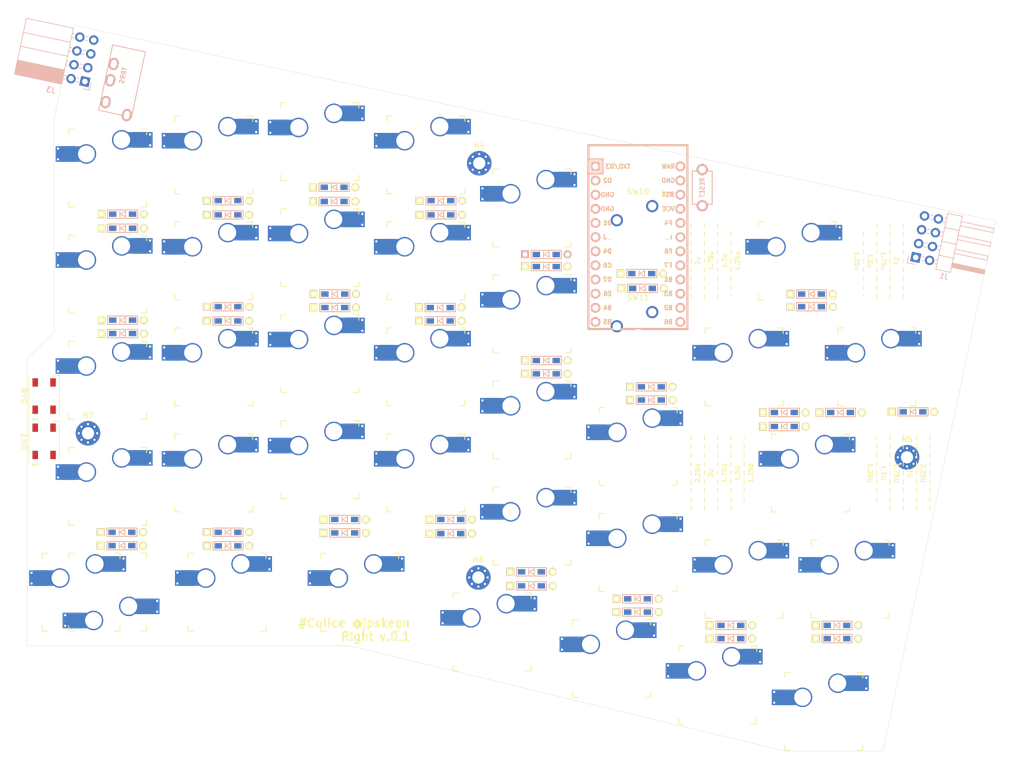
<source format=kicad_pcb>
(kicad_pcb (version 20171130) (host pcbnew "(5.1.5-0-10_14)")
  (layers (0 F.Cu signal) (31 B.Cu signal) (34 B.Paste user) (35 F.Paste user) (36 B.SilkS user) (37 F.SilkS user) (38 B.Mask user) (39 F.Mask user) (44 Edge.Cuts user))
  (net 0 "")
  (net 1 pin6)
  (net 2 pin1)
  (net 3 pin2)
  (net 4 pin3)
  (net 5 pin4)
  (net 6 pin5)
  (net 7 pin7)
  (net 8 "Net-(D8-Pad2)")
  (net 9 "Net-(D9-Pad2)")
  (net 10 "Net-(D12-Pad2)")
  (net 11 pin8)
  (net 12 "Net-(D14-Pad2)")
  (net 13 "Net-(D18-Pad2)")
  (net 14 pin9)
  (net 15 "Net-(D20-Pad2)")
  (net 16 "Net-(D21-Pad2)")
  (net 17 "Net-(D24-Pad2)")
  (net 18 pin10)
  (net 19 "Net-(D26-Pad2)")
  (net 20 "Net-(D27-Pad2)")
  (net 21 "Net-(D30-Pad2)")
  (net 22 "Net-(D32-Pad2)")
  (net 23 "Net-(D36-Pad2)")
  (net 24 "Net-(D38-Pad2)")
  (net 25 "Net-(D45-Pad2)")
  (net 26 "Net-(D47-Pad2)")
  (net 27 data)
  (net 28 led)
  (net 29 GND1)
  (net 30 VCC)
  (net 31 reset)
  (net 32 "Net-(U1-Pad24)")
  (net 33 "Net-(D1-Pad1)")
  (net 34 "Net-(D2-Pad2)")
  (net 35 "Net-(D6-Pad2)")
  (net 36 "Net-(D7-Pad2)")
  (net 37 "Net-(D13-Pad2)")
  (net 38 "Net-(D19-Pad2)")
  (net 39 "Net-(D25-Pad2)")
  (net 40 "Net-(D31-Pad2)")
  (net 41 "Net-(D37-Pad2)")
  (net 42 "Net-(D3-Pad2)")
  (net 43 "Net-(U1-Pad5)")
  (net 44 "Net-(U1-Pad6)")
  (net 45 "Net-(U1-Pad7)")
  (net 46 "Net-(U1-Pad18)")
  (net 47 "Net-(U1-Pad19)")
  (net 48 "Net-(U1-Pad20)")
  (net 49 "Net-(D48-Pad2)")
  (net 50 "Net-(D40-Pad1)")
  (net 51 "Net-(J1-Pad1)")
  (net 52 "Net-(J1-Pad2)")
  (net 53 "Net-(J1-Pad3)")
  (net 54 "Net-(J1-Pad4)")
  (net 55 "Net-(J1-Pad5)")
  (net 56 "Net-(D4-Pad2)")
  (net 57 "Net-(D5-Pad1)")
  (net 58 "Net-(D10-Pad2)")
  (net 59 "Net-(D11-Pad1)")
  (net 60 "Net-(D15-Pad2)")
  (net 61 "Net-(D16-Pad2)")
  (net 62 "Net-(D17-Pad1)")
  (net 63 "Net-(D22-Pad2)")
  (net 64 "Net-(D23-Pad1)")
  (net 65 "Net-(D28-Pad2)")
  (net 66 "Net-(D29-Pad1)")
  (net 67 "Net-(D33-Pad2)")
  (net 68 "Net-(D34-Pad2)")
  (net 69 "Net-(D35-Pad1)")
  (net 70 "Net-(D39-Pad2)")
  (net 71 "Net-(D41-Pad2)")
  (net 72 "Net-(D42-Pad2)")
  (net 73 "Net-(D43-Pad2)")
  (net 74 "Net-(D44-Pad2)")
  (net 75 "Net-(D46-Pad1)")
  (net 76 "Net-(J2-PadA)")
  (net 77 "Net-(J3-Pad8)")
  (net 78 "Net-(J3-Pad7)")
  (net 79 "Net-(J3-Pad6)")
  (module SMK_foostan:CherryMX_Hotswap_v2 (layer F.Cu) (at 240.50625 142.8756)
    (fp_text reference SW4)
    (fp_text value SW_Push)
    (pad 2 thru_hole circle (at 2.54 -5.08) (size 3.5 3.5) (drill 3) (layers *.Cu) (net 56 "Net-(D4-Pad2)"))
    (pad "" np_thru_hole circle (at 0 0) (size 3.9878 3.9878) (drill 3.9878) (layers *.Cu *.Mask))
    (pad 1 thru_hole circle (at -3.81 -2.54) (size 3.5 3.5) (drill 3) (layers *.Cu) (net 33 "Net-(D1-Pad1)"))
    (pad "" np_thru_hole circle (at -5.08 0 48.0996) (size 1.75 1.75) (drill 1.75) (layers *.Cu *.Mask))
    (pad "" np_thru_hole circle (at 5.08 0 48.0996) (size 1.75 1.75) (drill 1.75) (layers *.Cu *.Mask))
    (pad 1 smd rect (at -7.085 -2.54) (size 2.55 2.8) (layers B.Cu B.Paste B.Mask) (net 33 "Net-(D1-Pad1)"))
    (pad 2 smd rect (at 5.815 -5.08) (size 2.55 2.8) (layers B.Cu B.Paste B.Mask) (net 56 "Net-(D4-Pad2)"))
    (pad 1 thru_hole circle (at -8.89 -3.502) (size 0.8 0.8) (drill 0.4) (layers *.Cu) (net 33 "Net-(D1-Pad1)"))
    (pad 2 thru_hole circle (at 7.62 -6.042) (size 0.8 0.8) (drill 0.4) (layers *.Cu) (net 56 "Net-(D4-Pad2)"))
    (pad 1 thru_hole circle (at -8.89 -1.578) (size 0.8 0.8) (drill 0.4) (layers *.Cu) (net 33 "Net-(D1-Pad1)"))
    (pad 2 thru_hole circle (at 7.62 -4.118) (size 0.8 0.8) (drill 0.4) (layers *.Cu) (net 56 "Net-(D4-Pad2)"))
    (pad 1 smd rect (at -7.085 -2.54) (size 4.5 2.8) (layers B.Cu) (net 33 "Net-(D1-Pad1)"))
    (pad 2 smd rect (at 5.842 -5.08) (size 4.5 2.8) (layers B.Cu) (net 56 "Net-(D4-Pad2)"))
  )
  (module SMK_SU120:CherryMX_MidHeight_Choc_Hotswap_2U_Outline (layer F.Cu) (at 235.74375 61.91276)
    (fp_text reference H1 hide)
    (fp_text value MountingHole hide)
    (fp_text user 1.25u (at 10.715625 0 -90 unlocked) (layer F.SilkS) (effects (font (size 0.8 0.8))))
    (fp_text user 1.75u (at 15.478125 0 -90 unlocked) (layer F.SilkS) (effects (font (size 0.8 0.8))))
    (fp_text user 1.5u (at 13.096875 0 -90 unlocked) (layer F.SilkS) (effects (font (size 0.8 0.8))))
    (fp_text user 2u (at 17.859375 0 -90 unlocked) (layer F.SilkS) (effects (font (size 0.8 0.8))))
    (fp_text user 1.25u (at -10.715625 0 90 unlocked) (layer F.SilkS) (effects (font (size 0.8 0.8))))
    (fp_text user 1.5u (at -13.096875 0 90 unlocked) (layer F.SilkS) (effects (font (size 0.8 0.8))))
    (fp_text user 1.75u (at -15.478125 0 90 unlocked) (layer F.SilkS) (effects (font (size 0.8 0.8))))
    (fp_text user 2u (at -17.859375 0 90 unlocked) (layer F.SilkS) (effects (font (size 0.8 0.8))))
    (pad "" np_thru_hole circle (at -11.938 -6.985) (size 3.048 3.048) (drill 3.048) (layers *.Cu *.Mask))
    (pad "" np_thru_hole circle (at 11.938 -6.985) (size 3.048 3.048) (drill 3.048) (layers *.Cu *.Mask))
    (pad "" np_thru_hole circle (at -11.938 8.255) (size 3.9878 3.9878) (drill 3.9878) (layers *.Cu *.Mask))
    (pad "" np_thru_hole circle (at 11.938 8.255) (size 3.9878 3.9878) (drill 3.9878) (layers *.Cu *.Mask))
  )
  (module SMK_SU120:D3_TH_SMD (layer F.Cu) (at 173.5455 110.91863)
    (fp_text reference D46 hide)
    (fp_text value D hide)
    (pad 2 smd rect (at 1.775 0) (size 1.3 0.95) (layers F.Cu F.Paste F.Mask) (net 6 pin5))
    (pad 2 thru_hole circle (at 3.81 0) (size 1.397 1.397) (drill 0.8128) (layers *.Cu *.Mask F.SilkS) (net 6 pin5))
    (pad 1 thru_hole rect (at -3.81 0) (size 1.397 1.397) (drill 0.8128) (layers *.Cu *.Mask F.SilkS) (net 75 "Net-(D46-Pad1)"))
    (pad 1 smd rect (at -1.775 0) (size 1.3 0.95) (layers B.Cu B.Paste B.Mask) (net 75 "Net-(D46-Pad1)"))
    (pad 2 smd rect (at 1.775 0) (size 1.3 0.95) (layers B.Cu B.Paste B.Mask) (net 6 pin5))
    (pad 1 smd rect (at -1.775 0) (size 1.3 0.95) (layers F.Cu F.Paste F.Mask) (net 75 "Net-(D46-Pad1)"))
  )
  (module SMK_SU120:MJ-4PP-9 (layer B.Cu) (at 115.7605 23.73313 168)
    (fp_text reference J2)
    (fp_text value MJ-4PP-9 hide)
    (fp_text user TRRS (at 0 -4.96095 78) (layer B.SilkS) (effects (font (size 0.8 0.8)) (justify mirror)))
    (pad A thru_hole oval (at -2.1 -11.8 168) (size 1.7 2.2) (drill oval 1 1.5) (layers *.Cu *.Mask B.SilkS) (net 76 "Net-(J2-PadA)") (clearance 0.15))
    (pad D thru_hole oval (at 2.1 -10.3 168) (size 1.7 2.2) (drill oval 1 1.5) (layers *.Cu *.Mask B.SilkS) (net 30 VCC) (clearance 0.15))
    (pad C thru_hole oval (at 2.1 -6.3 168) (size 1.7 2.2) (drill oval 1 1.5) (layers *.Cu *.Mask B.SilkS) (net 29 GND1) (clearance 0.15))
    (pad B thru_hole oval (at 2.1 -3.3 168) (size 1.7 2.2) (drill oval 1 1.5) (layers *.Cu *.Mask B.SilkS) (net 27 data) (clearance 0.15))
    (pad "" np_thru_hole circle (at 0 -8.5 168) (size 1.2 1.2) (drill 1.2) (layers *.Cu *.Mask B.SilkS))
    (pad "" np_thru_hole circle (at 0 -1.5 168) (size 1.2 1.2) (drill 1.2) (layers *.Cu *.Mask B.SilkS))
  )
  (module SMK_SU120:ResetSW (layer B.Cu) (at 218.694 48.75213 270)
    (fp_text reference SW1 hide)
    (fp_text value SW_Push)
    (fp_text user RESET (at 0 0 270) (layer B.SilkS) (effects (font (size 0.8 0.8)) (justify mirror)))
    (pad 1 thru_hole circle (at 3.25 0 270) (size 2 2) (drill 1.3) (layers *.Cu *.Mask B.SilkS) (net 31 reset))
    (pad 2 thru_hole circle (at -3.25 0 270) (size 2 2) (drill 1.3) (layers *.Cu *.Mask B.SilkS) (net 29 GND1))
  )
  (module SMK_foostan:CherryMX_Hotswap_v2 (layer F.Cu) (at 235.74375 61.91276)
    (fp_text reference SW5)
    (fp_text value SW_Push)
    (pad 2 smd rect (at 5.842 -5.08) (size 4.5 2.8) (layers B.Cu) (net 35 "Net-(D6-Pad2)"))
    (pad 1 smd rect (at -7.085 -2.54) (size 4.5 2.8) (layers B.Cu) (net 57 "Net-(D5-Pad1)"))
    (pad 2 thru_hole circle (at 7.62 -4.118) (size 0.8 0.8) (drill 0.4) (layers *.Cu) (net 35 "Net-(D6-Pad2)"))
    (pad 1 thru_hole circle (at -8.89 -1.578) (size 0.8 0.8) (drill 0.4) (layers *.Cu) (net 57 "Net-(D5-Pad1)"))
    (pad 2 thru_hole circle (at 7.62 -6.042) (size 0.8 0.8) (drill 0.4) (layers *.Cu) (net 35 "Net-(D6-Pad2)"))
    (pad 1 thru_hole circle (at -8.89 -3.502) (size 0.8 0.8) (drill 0.4) (layers *.Cu) (net 57 "Net-(D5-Pad1)"))
    (pad 2 smd rect (at 5.815 -5.08) (size 2.55 2.8) (layers B.Cu B.Paste B.Mask) (net 35 "Net-(D6-Pad2)"))
    (pad 1 smd rect (at -7.085 -2.54) (size 2.55 2.8) (layers B.Cu B.Paste B.Mask) (net 57 "Net-(D5-Pad1)"))
    (pad "" np_thru_hole circle (at 5.08 0 48.0996) (size 1.75 1.75) (drill 1.75) (layers *.Cu *.Mask))
    (pad "" np_thru_hole circle (at -5.08 0 48.0996) (size 1.75 1.75) (drill 1.75) (layers *.Cu *.Mask))
    (pad 1 thru_hole circle (at -3.81 -2.54) (size 3.5 3.5) (drill 3) (layers *.Cu) (net 57 "Net-(D5-Pad1)"))
    (pad "" np_thru_hole circle (at 0 0) (size 3.9878 3.9878) (drill 3.9878) (layers *.Cu *.Mask))
    (pad 2 thru_hole circle (at 2.54 -5.08) (size 3.5 3.5) (drill 3) (layers *.Cu) (net 35 "Net-(D6-Pad2)"))
  )
  (module SMK_SU120:D3_TH_SMD (layer F.Cu) (at 223.8375 129.77867)
    (fp_text reference D10 hide)
    (fp_text value D hide)
    (pad 2 smd rect (at 1.775 0) (size 1.3 0.95) (layers F.Cu F.Paste F.Mask) (net 58 "Net-(D10-Pad2)"))
    (pad 2 thru_hole circle (at 3.81 0) (size 1.397 1.397) (drill 0.8128) (layers *.Cu *.Mask F.SilkS) (net 58 "Net-(D10-Pad2)"))
    (pad 1 thru_hole rect (at -3.81 0) (size 1.397 1.397) (drill 0.8128) (layers *.Cu *.Mask F.SilkS) (net 6 pin5))
    (pad 1 smd rect (at -1.775 0) (size 1.3 0.95) (layers B.Cu B.Paste B.Mask) (net 6 pin5))
    (pad 2 smd rect (at 1.775 0) (size 1.3 0.95) (layers B.Cu B.Paste B.Mask) (net 58 "Net-(D10-Pad2)"))
    (pad 1 smd rect (at -1.775 0) (size 1.3 0.95) (layers F.Cu F.Paste F.Mask) (net 6 pin5))
  )
  (module SMK_foostan:CherryMX_Hotswap_v2 (layer F.Cu) (at 221.45625 138.11308)
    (fp_text reference SW9)
    (fp_text value SW_Push)
    (pad 2 thru_hole circle (at 2.54 -5.08) (size 3.5 3.5) (drill 3) (layers *.Cu) (net 58 "Net-(D10-Pad2)"))
    (pad "" np_thru_hole circle (at 0 0) (size 3.9878 3.9878) (drill 3.9878) (layers *.Cu *.Mask))
    (pad 1 thru_hole circle (at -3.81 -2.54) (size 3.5 3.5) (drill 3) (layers *.Cu) (net 57 "Net-(D5-Pad1)"))
    (pad "" np_thru_hole circle (at -5.08 0 48.0996) (size 1.75 1.75) (drill 1.75) (layers *.Cu *.Mask))
    (pad "" np_thru_hole circle (at 5.08 0 48.0996) (size 1.75 1.75) (drill 1.75) (layers *.Cu *.Mask))
    (pad 1 smd rect (at -7.084999 -2.54) (size 2.55 2.8) (layers B.Cu B.Paste B.Mask) (net 57 "Net-(D5-Pad1)"))
    (pad 2 smd rect (at 5.815 -5.08) (size 2.55 2.8) (layers B.Cu B.Paste B.Mask) (net 58 "Net-(D10-Pad2)"))
    (pad 1 thru_hole circle (at -8.89 -3.502) (size 0.8 0.8) (drill 0.4) (layers *.Cu) (net 57 "Net-(D5-Pad1)"))
    (pad 2 thru_hole circle (at 7.62 -6.042) (size 0.8 0.8) (drill 0.4) (layers *.Cu) (net 58 "Net-(D10-Pad2)"))
    (pad 1 thru_hole circle (at -8.89 -1.578) (size 0.8 0.8) (drill 0.4) (layers *.Cu) (net 57 "Net-(D5-Pad1)"))
    (pad 2 thru_hole circle (at 7.62 -4.118) (size 0.8 0.8) (drill 0.4) (layers *.Cu) (net 58 "Net-(D10-Pad2)"))
    (pad 1 smd rect (at -7.085 -2.54) (size 4.5 2.8) (layers B.Cu) (net 57 "Net-(D5-Pad1)"))
    (pad 2 smd rect (at 5.842 -5.08) (size 4.5 2.8) (layers B.Cu) (net 58 "Net-(D10-Pad2)"))
  )
  (module SMK_foostan:CherryMX_Hotswap_v2 (layer F.Cu) (at 250.03125 80.96284)
    (fp_text reference SW2)
    (fp_text value SW_Push)
    (pad 2 smd rect (at 5.842 -5.08) (size 4.5 2.8) (layers B.Cu) (net 34 "Net-(D2-Pad2)"))
    (pad 1 smd rect (at -7.085 -2.54) (size 4.5 2.8) (layers B.Cu) (net 33 "Net-(D1-Pad1)"))
    (pad 2 thru_hole circle (at 7.62 -4.118) (size 0.8 0.8) (drill 0.4) (layers *.Cu) (net 34 "Net-(D2-Pad2)"))
    (pad 1 thru_hole circle (at -8.89 -1.578) (size 0.8 0.8) (drill 0.4) (layers *.Cu) (net 33 "Net-(D1-Pad1)"))
    (pad 2 thru_hole circle (at 7.62 -6.042) (size 0.8 0.8) (drill 0.4) (layers *.Cu) (net 34 "Net-(D2-Pad2)"))
    (pad 1 thru_hole circle (at -8.89 -3.502) (size 0.8 0.8) (drill 0.4) (layers *.Cu) (net 33 "Net-(D1-Pad1)"))
    (pad 2 smd rect (at 5.815 -5.08) (size 2.55 2.8) (layers B.Cu B.Paste B.Mask) (net 34 "Net-(D2-Pad2)"))
    (pad 1 smd rect (at -7.085 -2.54) (size 2.55 2.8) (layers B.Cu B.Paste B.Mask) (net 33 "Net-(D1-Pad1)"))
    (pad "" np_thru_hole circle (at 5.08 0 48.0996) (size 1.75 1.75) (drill 1.75) (layers *.Cu *.Mask))
    (pad "" np_thru_hole circle (at -5.08 0 48.0996) (size 1.75 1.75) (drill 1.75) (layers *.Cu *.Mask))
    (pad 1 thru_hole circle (at -3.81 -2.54) (size 3.5 3.5) (drill 3) (layers *.Cu) (net 33 "Net-(D1-Pad1)"))
    (pad "" np_thru_hole circle (at 0 0) (size 3.9878 3.9878) (drill 3.9878) (layers *.Cu *.Mask))
    (pad 2 thru_hole circle (at 2.54 -5.08) (size 3.5 3.5) (drill 3) (layers *.Cu) (net 34 "Net-(D2-Pad2)"))
  )
  (module SMK_foostan:CherryMX_Hotswap_v2 (layer F.Cu) (at 226.21875 80.96284)
    (fp_text reference SW6)
    (fp_text value SW_Push)
    (pad 2 thru_hole circle (at 2.54 -5.08) (size 3.5 3.5) (drill 3) (layers *.Cu) (net 36 "Net-(D7-Pad2)"))
    (pad "" np_thru_hole circle (at 0 0) (size 3.9878 3.9878) (drill 3.9878) (layers *.Cu *.Mask))
    (pad 1 thru_hole circle (at -3.81 -2.54) (size 3.5 3.5) (drill 3) (layers *.Cu) (net 57 "Net-(D5-Pad1)"))
    (pad "" np_thru_hole circle (at -5.08 0 48.0996) (size 1.75 1.75) (drill 1.75) (layers *.Cu *.Mask))
    (pad "" np_thru_hole circle (at 5.08 0 48.0996) (size 1.75 1.75) (drill 1.75) (layers *.Cu *.Mask))
    (pad 1 smd rect (at -7.085 -2.54) (size 2.55 2.8) (layers B.Cu B.Paste B.Mask) (net 57 "Net-(D5-Pad1)"))
    (pad 2 smd rect (at 5.815 -5.08) (size 2.55 2.8) (layers B.Cu B.Paste B.Mask) (net 36 "Net-(D7-Pad2)"))
    (pad 1 thru_hole circle (at -8.89 -3.502) (size 0.8 0.8) (drill 0.4) (layers *.Cu) (net 57 "Net-(D5-Pad1)"))
    (pad 2 thru_hole circle (at 7.62 -6.042) (size 0.8 0.8) (drill 0.4) (layers *.Cu) (net 36 "Net-(D7-Pad2)"))
    (pad 1 thru_hole circle (at -8.89 -1.578) (size 0.8 0.8) (drill 0.4) (layers *.Cu) (net 57 "Net-(D5-Pad1)"))
    (pad 2 thru_hole circle (at 7.62 -4.118) (size 0.8 0.8) (drill 0.4) (layers *.Cu) (net 36 "Net-(D7-Pad2)"))
    (pad 1 smd rect (at -7.085 -2.54) (size 4.5 2.8) (layers B.Cu) (net 57 "Net-(D5-Pad1)"))
    (pad 2 smd rect (at 5.842 -5.08) (size 4.5 2.8) (layers B.Cu) (net 36 "Net-(D7-Pad2)"))
  )
  (module SMK_SU120:D3_TH_SMD (layer F.Cu) (at 233.426 89.154)
    (fp_text reference D7 hide)
    (fp_text value D hide)
    (pad 1 smd rect (at -1.775 0) (size 1.3 0.95) (layers F.Cu F.Paste F.Mask) (net 3 pin2))
    (pad 2 smd rect (at 1.775 0) (size 1.3 0.95) (layers B.Cu B.Paste B.Mask) (net 36 "Net-(D7-Pad2)"))
    (pad 1 smd rect (at -1.775 0) (size 1.3 0.95) (layers B.Cu B.Paste B.Mask) (net 3 pin2))
    (pad 1 thru_hole rect (at -3.81 0) (size 1.397 1.397) (drill 0.8128) (layers *.Cu *.Mask F.SilkS) (net 3 pin2))
    (pad 2 thru_hole circle (at 3.81 0) (size 1.397 1.397) (drill 0.8128) (layers *.Cu *.Mask F.SilkS) (net 36 "Net-(D7-Pad2)"))
    (pad 2 smd rect (at 1.775 0) (size 1.3 0.95) (layers F.Cu F.Paste F.Mask) (net 36 "Net-(D7-Pad2)"))
  )
  (module SMK_SU120:D3_TH_SMD (layer F.Cu) (at 114.6175 53.51463)
    (fp_text reference D40 hide)
    (fp_text value D hide)
    (pad 1 smd rect (at -1.775 0) (size 1.3 0.95) (layers F.Cu F.Paste F.Mask) (net 50 "Net-(D40-Pad1)"))
    (pad 2 smd rect (at 1.775 0) (size 1.3 0.95) (layers B.Cu B.Paste B.Mask) (net 5 pin4))
    (pad 1 smd rect (at -1.775 0) (size 1.3 0.95) (layers B.Cu B.Paste B.Mask) (net 50 "Net-(D40-Pad1)"))
    (pad 1 thru_hole rect (at -3.81 0) (size 1.397 1.397) (drill 0.8128) (layers *.Cu *.Mask F.SilkS) (net 50 "Net-(D40-Pad1)"))
    (pad 2 thru_hole circle (at 3.81 0) (size 1.397 1.397) (drill 0.8128) (layers *.Cu *.Mask F.SilkS) (net 5 pin4))
    (pad 2 smd rect (at 1.775 0) (size 1.3 0.95) (layers F.Cu F.Paste F.Mask) (net 5 pin4))
  )
  (module SMK_keebio:ArduinoProMicro (layer F.Cu) (at 207.137 58.91213 270)
    (fp_text reference U1 hide)
    (fp_text value ProMicro hide)
    (fp_text user D2 (at -11.43 5.461) (layer B.SilkS) (effects (font (size 0.8 0.8)) (justify mirror)))
    (fp_text user D0 (at -1.27 5.461) (layer B.SilkS) (effects (font (size 0.8 0.8)) (justify mirror)))
    (fp_text user D1 (at -3.81 5.461) (layer B.SilkS) (effects (font (size 0.8 0.8)) (justify mirror)))
    (fp_text user GND (at -6.35 5.461) (layer B.SilkS) (effects (font (size 0.8 0.8)) (justify mirror)))
    (fp_text user GND (at -8.89 5.461) (layer B.SilkS) (effects (font (size 0.8 0.8)) (justify mirror)))
    (fp_text user D4 (at 1.27 5.461) (layer B.SilkS) (effects (font (size 0.8 0.8)) (justify mirror)))
    (fp_text user C6 (at 3.81 5.461) (layer B.SilkS) (effects (font (size 0.8 0.8)) (justify mirror)))
    (fp_text user D7 (at 6.35 5.461) (layer B.SilkS) (effects (font (size 0.8 0.8)) (justify mirror)))
    (fp_text user E6 (at 8.89 5.461) (layer B.SilkS) (effects (font (size 0.8 0.8)) (justify mirror)))
    (fp_text user B4 (at 11.43 5.461) (layer B.SilkS) (effects (font (size 0.8 0.8)) (justify mirror)))
    (fp_text user B5 (at 13.97 5.461) (layer B.SilkS) (effects (font (size 0.8 0.8)) (justify mirror)))
    (fp_text user B6 (at 13.97 -5.461) (layer B.SilkS) (effects (font (size 0.8 0.8)) (justify mirror)))
    (fp_text user B2 (at 11.43 -5.461) (layer F.SilkS) (effects (font (size 0.8 0.8))))
    (fp_text user B3 (at 8.89 -5.461) (layer B.SilkS) (effects (font (size 0.8 0.8)) (justify mirror)))
    (fp_text user B1 (at 6.35 -5.461) (layer B.SilkS) (effects (font (size 0.8 0.8)) (justify mirror)))
    (fp_text user F7 (at 3.81 -5.461) (layer F.SilkS) (effects (font (size 0.8 0.8))))
    (fp_text user F6 (at 1.27 -5.461) (layer F.SilkS) (effects (font (size 0.8 0.8))))
    (fp_text user F5 (at -1.27 -5.461) (layer F.SilkS) (effects (font (size 0.8 0.8))))
    (fp_text user F4 (at -3.81 -5.461) (layer B.SilkS) (effects (font (size 0.8 0.8)) (justify mirror)))
    (fp_text user VCC (at -6.35 -5.461) (layer B.SilkS) (effects (font (size 0.8 0.8)) (justify mirror)))
    (fp_text user GND (at -11.43 -5.461) (layer B.SilkS) (effects (font (size 0.8 0.8)) (justify mirror)))
    (fp_text user RAW (at -13.97 -5.461) (layer B.SilkS) (effects (font (size 0.8 0.8)) (justify mirror)))
    (fp_text user RAW (at -13.97 -5.461) (layer F.SilkS) (effects (font (size 0.8 0.8))))
    (fp_text user GND (at -11.43 -5.461) (layer F.SilkS) (effects (font (size 0.8 0.8))))
    (fp_text user ST (at -8.92 -5.73312) (layer F.SilkS) (effects (font (size 0.8 0.8))))
    (fp_text user VCC (at -6.35 -5.461) (layer F.SilkS) (effects (font (size 0.8 0.8))))
    (fp_text user F4 (at -3.81 -5.461) (layer F.SilkS) (effects (font (size 0.8 0.8))))
    (fp_text user F5 (at -1.27 -5.461) (layer B.SilkS) (effects (font (size 0.8 0.8)) (justify mirror)))
    (fp_text user F6 (at 1.27 -5.461) (layer B.SilkS) (effects (font (size 0.8 0.8)) (justify mirror)))
    (fp_text user F7 (at 3.81 -5.461) (layer B.SilkS) (effects (font (size 0.8 0.8)) (justify mirror)))
    (fp_text user B1 (at 6.35 -5.461) (layer F.SilkS) (effects (font (size 0.8 0.8))))
    (fp_text user B3 (at 8.89 -5.461) (layer F.SilkS) (effects (font (size 0.8 0.8))))
    (fp_text user B2 (at 11.43 -5.461) (layer B.SilkS) (effects (font (size 0.8 0.8)) (justify mirror)))
    (fp_text user B6 (at 13.97 -5.461) (layer F.SilkS) (effects (font (size 0.8 0.8))))
    (fp_text user B5 (at 13.97 5.461) (layer F.SilkS) (effects (font (size 0.8 0.8))))
    (fp_text user B4 (at 11.43 5.461) (layer F.SilkS) (effects (font (size 0.8 0.8))))
    (fp_text user E6 (at 8.89 5.461) (layer F.SilkS) (effects (font (size 0.8 0.8))))
    (fp_text user D7 (at 6.35 5.461) (layer F.SilkS) (effects (font (size 0.8 0.8))))
    (fp_text user C6 (at 3.81 5.461) (layer F.SilkS) (effects (font (size 0.8 0.8))))
    (fp_text user D4 (at 1.27 5.461) (layer F.SilkS) (effects (font (size 0.8 0.8))))
    (fp_text user GND (at -8.89 5.461) (layer F.SilkS) (effects (font (size 0.8 0.8))))
    (fp_text user GND (at -6.35 5.461) (layer F.SilkS) (effects (font (size 0.8 0.8))))
    (fp_text user D1 (at -3.81 5.461) (layer F.SilkS) (effects (font (size 0.8 0.8))))
    (fp_text user D0 (at -1.27 5.461) (layer F.SilkS) (effects (font (size 0.8 0.8))))
    (fp_text user D2 (at -11.43 5.461) (layer F.SilkS) (effects (font (size 0.8 0.8))))
    (fp_text user TX0/D3 (at -13.97 3.571872) (layer B.SilkS) (effects (font (size 0.8 0.8)) (justify mirror)))
    (fp_text user TX0/D3 (at -13.97 3.571872) (layer F.SilkS) (effects (font (size 0.8 0.8))))
    (fp_text user ST (at -8.91 -5.04) (layer B.SilkS) (effects (font (size 0.8 0.8)) (justify mirror)))
    (pad 1 thru_hole rect (at -13.97 7.62 270) (size 1.7526 1.7526) (drill 1.0922) (layers *.Cu *.SilkS *.Mask) (net 28 led))
    (pad 2 thru_hole circle (at -11.43 7.62 270) (size 1.7526 1.7526) (drill 1.0922) (layers *.Cu *.SilkS *.Mask) (net 27 data))
    (pad 3 thru_hole circle (at -8.89 7.62 270) (size 1.7526 1.7526) (drill 1.0922) (layers *.Cu *.SilkS *.Mask) (net 29 GND1))
    (pad 4 thru_hole circle (at -6.35 7.62 270) (size 1.7526 1.7526) (drill 1.0922) (layers *.Cu *.SilkS *.Mask) (net 29 GND1))
    (pad 5 thru_hole circle (at -3.81 7.62 270) (size 1.7526 1.7526) (drill 1.0922) (layers *.Cu *.SilkS *.Mask) (net 43 "Net-(U1-Pad5)"))
    (pad 6 thru_hole circle (at -1.27 7.62 270) (size 1.7526 1.7526) (drill 1.0922) (layers *.Cu *.SilkS *.Mask) (net 44 "Net-(U1-Pad6)"))
    (pad 7 thru_hole circle (at 1.27 7.62 270) (size 1.7526 1.7526) (drill 1.0922) (layers *.Cu *.SilkS *.Mask) (net 45 "Net-(U1-Pad7)"))
    (pad 8 thru_hole circle (at 3.81 7.62 270) (size 1.7526 1.7526) (drill 1.0922) (layers *.Cu *.SilkS *.Mask) (net 1 pin6))
    (pad 9 thru_hole circle (at 6.35 7.62 270) (size 1.7526 1.7526) (drill 1.0922) (layers *.Cu *.SilkS *.Mask) (net 7 pin7))
    (pad 10 thru_hole circle (at 8.89 7.62 270) (size 1.7526 1.7526) (drill 1.0922) (layers *.Cu *.SilkS *.Mask) (net 11 pin8))
    (pad 11 thru_hole circle (at 11.43 7.62 270) (size 1.7526 1.7526) (drill 1.0922) (layers *.Cu *.SilkS *.Mask) (net 14 pin9))
    (pad 13 thru_hole circle (at 13.97 -7.62 270) (size 1.7526 1.7526) (drill 1.0922) (layers *.Cu *.SilkS *.Mask) (net 6 pin5))
    (pad 14 thru_hole circle (at 11.43 -7.62 270) (size 1.7526 1.7526) (drill 1.0922) (layers *.Cu *.SilkS *.Mask) (net 5 pin4))
    (pad 15 thru_hole circle (at 8.89 -7.62 270) (size 1.7526 1.7526) (drill 1.0922) (layers *.Cu *.SilkS *.Mask) (net 4 pin3))
    (pad 16 thru_hole circle (at 6.35 -7.62 270) (size 1.7526 1.7526) (drill 1.0922) (layers *.Cu *.SilkS *.Mask) (net 3 pin2))
    (pad 17 thru_hole circle (at 3.81 -7.62 270) (size 1.7526 1.7526) (drill 1.0922) (layers *.Cu *.SilkS *.Mask) (net 2 pin1))
    (pad 18 thru_hole circle (at 1.27 -7.62 270) (size 1.7526 1.7526) (drill 1.0922) (layers *.Cu *.SilkS *.Mask) (net 46 "Net-(U1-Pad18)"))
    (pad 19 thru_hole circle (at -1.27 -7.62 270) (size 1.7526 1.7526) (drill 1.0922) (layers *.Cu *.SilkS *.Mask) (net 47 "Net-(U1-Pad19)"))
    (pad 20 thru_hole circle (at -3.81 -7.62 270) (size 1.7526 1.7526) (drill 1.0922) (layers *.Cu *.SilkS *.Mask) (net 48 "Net-(U1-Pad20)"))
    (pad 21 thru_hole circle (at -6.35 -7.62 270) (size 1.7526 1.7526) (drill 1.0922) (layers *.Cu *.SilkS *.Mask) (net 30 VCC))
    (pad 22 thru_hole circle (at -8.89 -7.62 270) (size 1.7526 1.7526) (drill 1.0922) (layers *.Cu *.SilkS *.Mask) (net 31 reset))
    (pad 23 thru_hole circle (at -11.43 -7.62 270) (size 1.7526 1.7526) (drill 1.0922) (layers *.Cu *.SilkS *.Mask) (net 29 GND1))
    (pad 12 thru_hole circle (at 13.97 7.62 270) (size 1.7526 1.7526) (drill 1.0922) (layers *.Cu *.SilkS *.Mask) (net 18 pin10))
    (pad 24 thru_hole circle (at -13.97 -7.62 270) (size 1.7526 1.7526) (drill 1.0922) (layers *.Cu *.SilkS *.Mask) (net 32 "Net-(U1-Pad24)"))
  )
  (module SMK_SU120:D3_TH_SMD (layer F.Cu) (at 209.55 84.53473)
    (fp_text reference D13 hide)
    (fp_text value D hide)
    (pad 2 smd rect (at 1.775 0) (size 1.3 0.95) (layers F.Cu F.Paste F.Mask) (net 37 "Net-(D13-Pad2)"))
    (pad 2 thru_hole circle (at 3.81 0) (size 1.397 1.397) (drill 0.8128) (layers *.Cu *.Mask F.SilkS) (net 37 "Net-(D13-Pad2)"))
    (pad 1 thru_hole rect (at -3.81 0) (size 1.397 1.397) (drill 0.8128) (layers *.Cu *.Mask F.SilkS) (net 3 pin2))
    (pad 1 smd rect (at -1.775 0) (size 1.3 0.95) (layers B.Cu B.Paste B.Mask) (net 3 pin2))
    (pad 2 smd rect (at 1.775 0) (size 1.3 0.95) (layers B.Cu B.Paste B.Mask) (net 37 "Net-(D13-Pad2)"))
    (pad 1 smd rect (at -1.775 0) (size 1.3 0.95) (layers F.Cu F.Paste F.Mask) (net 3 pin2))
  )
  (module SMK_foostan:CherryMX_Hotswap_v2 (layer F.Cu) (at 202.40625 133.35056)
    (fp_text reference SW14)
    (fp_text value SW_Push)
    (pad 2 thru_hole circle (at 2.54 -5.08) (size 3.5 3.5) (drill 3) (layers *.Cu) (net 61 "Net-(D16-Pad2)"))
    (pad "" np_thru_hole circle (at 0 0) (size 3.9878 3.9878) (drill 3.9878) (layers *.Cu *.Mask))
    (pad 1 thru_hole circle (at -3.81 -2.54) (size 3.5 3.5) (drill 3) (layers *.Cu) (net 59 "Net-(D11-Pad1)"))
    (pad "" np_thru_hole circle (at -5.08 0 48.0996) (size 1.75 1.75) (drill 1.75) (layers *.Cu *.Mask))
    (pad "" np_thru_hole circle (at 5.08 0 48.0996) (size 1.75 1.75) (drill 1.75) (layers *.Cu *.Mask))
    (pad 1 smd rect (at -7.084999 -2.54) (size 2.55 2.8) (layers B.Cu B.Paste B.Mask) (net 59 "Net-(D11-Pad1)"))
    (pad 2 smd rect (at 5.815 -5.08) (size 2.55 2.8) (layers B.Cu B.Paste B.Mask) (net 61 "Net-(D16-Pad2)"))
    (pad 1 thru_hole circle (at -8.89 -3.502) (size 0.8 0.8) (drill 0.4) (layers *.Cu) (net 59 "Net-(D11-Pad1)"))
    (pad 2 thru_hole circle (at 7.62 -6.042) (size 0.8 0.8) (drill 0.4) (layers *.Cu) (net 61 "Net-(D16-Pad2)"))
    (pad 1 thru_hole circle (at -8.89 -1.578) (size 0.8 0.8) (drill 0.4) (layers *.Cu) (net 59 "Net-(D11-Pad1)"))
    (pad 2 thru_hole circle (at 7.62 -4.118) (size 0.8 0.8) (drill 0.4) (layers *.Cu) (net 61 "Net-(D16-Pad2)"))
    (pad 1 smd rect (at -7.085 -2.54) (size 4.5 2.8) (layers B.Cu) (net 59 "Net-(D11-Pad1)"))
    (pad 2 smd rect (at 5.842 -5.08) (size 4.5 2.8) (layers B.Cu) (net 61 "Net-(D16-Pad2)"))
  )
  (module SMK_SU120:D3_TH_SMD (layer F.Cu) (at 171.7675 51.10163)
    (fp_text reference D23 hide)
    (fp_text value D hide)
    (pad 2 smd rect (at 1.775 0) (size 1.3 0.95) (layers F.Cu F.Paste F.Mask) (net 2 pin1))
    (pad 2 thru_hole circle (at 3.81 0) (size 1.397 1.397) (drill 0.8128) (layers *.Cu *.Mask F.SilkS) (net 2 pin1))
    (pad 1 thru_hole rect (at -3.81 0) (size 1.397 1.397) (drill 0.8128) (layers *.Cu *.Mask F.SilkS) (net 64 "Net-(D23-Pad1)"))
    (pad 1 smd rect (at -1.775 0) (size 1.3 0.95) (layers B.Cu B.Paste B.Mask) (net 64 "Net-(D23-Pad1)"))
    (pad 2 smd rect (at 1.775 0) (size 1.3 0.95) (layers B.Cu B.Paste B.Mask) (net 2 pin1))
    (pad 1 smd rect (at -1.775 0) (size 1.3 0.95) (layers F.Cu F.Paste F.Mask) (net 64 "Net-(D23-Pad1)"))
  )
  (module SMK_SU120:D3_TH_SMD (layer F.Cu) (at 190.6905 62.91263)
    (fp_text reference D18 hide)
    (fp_text value D hide)
    (pad 2 smd rect (at 1.775 0) (size 1.3 0.95) (layers F.Cu F.Paste F.Mask) (net 13 "Net-(D18-Pad2)"))
    (pad 2 thru_hole circle (at 3.81 0) (size 1.397 1.397) (drill 0.8128) (layers *.Cu *.Mask F.SilkS) (net 13 "Net-(D18-Pad2)"))
    (pad 1 thru_hole rect (at -3.81 0) (size 1.397 1.397) (drill 0.8128) (layers *.Cu *.Mask F.SilkS) (net 2 pin1))
    (pad 1 smd rect (at -1.775 0) (size 1.3 0.95) (layers B.Cu B.Paste B.Mask) (net 2 pin1))
    (pad 2 smd rect (at 1.775 0) (size 1.3 0.95) (layers B.Cu B.Paste B.Mask) (net 13 "Net-(D18-Pad2)"))
    (pad 1 smd rect (at -1.775 0) (size 1.3 0.95) (layers F.Cu F.Paste F.Mask) (net 2 pin1))
  )
  (module SMK_SU120:D3_TH_SMD (layer F.Cu) (at 238.3155 67.86563)
    (fp_text reference D5 hide)
    (fp_text value D hide)
    (pad 2 smd rect (at 1.775 0) (size 1.3 0.95) (layers F.Cu F.Paste F.Mask) (net 11 pin8))
    (pad 2 thru_hole circle (at 3.81 0) (size 1.397 1.397) (drill 0.8128) (layers *.Cu *.Mask F.SilkS) (net 11 pin8))
    (pad 1 thru_hole rect (at -3.81 0) (size 1.397 1.397) (drill 0.8128) (layers *.Cu *.Mask F.SilkS) (net 57 "Net-(D5-Pad1)"))
    (pad 1 smd rect (at -1.775 0) (size 1.3 0.95) (layers B.Cu B.Paste B.Mask) (net 57 "Net-(D5-Pad1)"))
    (pad 2 smd rect (at 1.775 0) (size 1.3 0.95) (layers B.Cu B.Paste B.Mask) (net 11 pin8))
    (pad 1 smd rect (at -1.775 0) (size 1.3 0.95) (layers F.Cu F.Paste F.Mask) (net 57 "Net-(D5-Pad1)"))
  )
  (module SMK_SU120:D3_TH_SMD (layer F.Cu) (at 238.3155 70.15163)
    (fp_text reference D6 hide)
    (fp_text value D hide)
    (pad 2 smd rect (at 1.775 0) (size 1.3 0.95) (layers F.Cu F.Paste F.Mask) (net 35 "Net-(D6-Pad2)"))
    (pad 2 thru_hole circle (at 3.81 0) (size 1.397 1.397) (drill 0.8128) (layers *.Cu *.Mask F.SilkS) (net 35 "Net-(D6-Pad2)"))
    (pad 1 thru_hole rect (at -3.81 0) (size 1.397 1.397) (drill 0.8128) (layers *.Cu *.Mask F.SilkS) (net 2 pin1))
    (pad 1 smd rect (at -1.775 0) (size 1.3 0.95) (layers B.Cu B.Paste B.Mask) (net 2 pin1))
    (pad 2 smd rect (at 1.775 0) (size 1.3 0.95) (layers B.Cu B.Paste B.Mask) (net 35 "Net-(D6-Pad2)"))
    (pad 1 smd rect (at -1.775 0) (size 1.3 0.95) (layers F.Cu F.Paste F.Mask) (net 2 pin1))
  )
  (module SMK_SU120:D3_TH_SMD (layer F.Cu) (at 207.8355 64.18263)
    (fp_text reference D11 hide)
    (fp_text value D hide)
    (pad 1 smd rect (at -1.775 0) (size 1.3 0.95) (layers F.Cu F.Paste F.Mask) (net 59 "Net-(D11-Pad1)"))
    (pad 2 smd rect (at 1.775 0) (size 1.3 0.95) (layers B.Cu B.Paste B.Mask) (net 14 pin9))
    (pad 1 smd rect (at -1.775 0) (size 1.3 0.95) (layers B.Cu B.Paste B.Mask) (net 59 "Net-(D11-Pad1)"))
    (pad 1 thru_hole rect (at -3.81 0) (size 1.397 1.397) (drill 0.8128) (layers *.Cu *.Mask F.SilkS) (net 59 "Net-(D11-Pad1)"))
    (pad 2 thru_hole circle (at 3.81 0) (size 1.397 1.397) (drill 0.8128) (layers *.Cu *.Mask F.SilkS) (net 14 pin9))
    (pad 2 smd rect (at 1.775 0) (size 1.3 0.95) (layers F.Cu F.Paste F.Mask) (net 14 pin9))
  )
  (module SMK_SU120:D3_TH_SMD (layer F.Cu) (at 207.9625 66.84963)
    (fp_text reference D12 hide)
    (fp_text value D hide)
    (pad 2 smd rect (at 1.775 0) (size 1.3 0.95) (layers F.Cu F.Paste F.Mask) (net 10 "Net-(D12-Pad2)"))
    (pad 2 thru_hole circle (at 3.81 0) (size 1.397 1.397) (drill 0.8128) (layers *.Cu *.Mask F.SilkS) (net 10 "Net-(D12-Pad2)"))
    (pad 1 thru_hole rect (at -3.81 0) (size 1.397 1.397) (drill 0.8128) (layers *.Cu *.Mask F.SilkS) (net 2 pin1))
    (pad 1 smd rect (at -1.775 0) (size 1.3 0.95) (layers B.Cu B.Paste B.Mask) (net 2 pin1))
    (pad 2 smd rect (at 1.775 0) (size 1.3 0.95) (layers B.Cu B.Paste B.Mask) (net 10 "Net-(D12-Pad2)"))
    (pad 1 smd rect (at -1.775 0) (size 1.3 0.95) (layers F.Cu F.Paste F.Mask) (net 2 pin1))
  )
  (module SMK_SU120:D3_TH_SMD (layer F.Cu) (at 209.55 86.91599)
    (fp_text reference D14 hide)
    (fp_text value D hide)
    (pad 2 smd rect (at 1.775 0) (size 1.3 0.95) (layers F.Cu F.Paste F.Mask) (net 12 "Net-(D14-Pad2)"))
    (pad 2 thru_hole circle (at 3.81 0) (size 1.397 1.397) (drill 0.8128) (layers *.Cu *.Mask F.SilkS) (net 12 "Net-(D14-Pad2)"))
    (pad 1 thru_hole rect (at -3.81 0) (size 1.397 1.397) (drill 0.8128) (layers *.Cu *.Mask F.SilkS) (net 4 pin3))
    (pad 1 smd rect (at -1.775 0) (size 1.3 0.95) (layers B.Cu B.Paste B.Mask) (net 4 pin3))
    (pad 2 smd rect (at 1.775 0) (size 1.3 0.95) (layers B.Cu B.Paste B.Mask) (net 12 "Net-(D14-Pad2)"))
    (pad 1 smd rect (at -1.775 0) (size 1.3 0.95) (layers F.Cu F.Paste F.Mask) (net 4 pin3))
  )
  (module SMK_SU120:D3_TH_SMD (layer F.Cu) (at 207.0735 122.63489)
    (fp_text reference D15 hide)
    (fp_text value D hide)
    (pad 2 smd rect (at 1.775 0) (size 1.3 0.95) (layers F.Cu F.Paste F.Mask) (net 60 "Net-(D15-Pad2)"))
    (pad 2 thru_hole circle (at 3.81 0) (size 1.397 1.397) (drill 0.8128) (layers *.Cu *.Mask F.SilkS) (net 60 "Net-(D15-Pad2)"))
    (pad 1 thru_hole rect (at -3.81 0) (size 1.397 1.397) (drill 0.8128) (layers *.Cu *.Mask F.SilkS) (net 5 pin4))
    (pad 1 smd rect (at -1.775 0) (size 1.3 0.95) (layers B.Cu B.Paste B.Mask) (net 5 pin4))
    (pad 2 smd rect (at 1.775 0) (size 1.3 0.95) (layers B.Cu B.Paste B.Mask) (net 60 "Net-(D15-Pad2)"))
    (pad 1 smd rect (at -1.775 0) (size 1.3 0.95) (layers F.Cu F.Paste F.Mask) (net 5 pin4))
  )
  (module SMK_SU120:D3_TH_SMD (layer F.Cu) (at 207.0735 125.01615)
    (fp_text reference D16 hide)
    (fp_text value D hide)
    (pad 2 smd rect (at 1.775 0) (size 1.3 0.95) (layers F.Cu F.Paste F.Mask) (net 61 "Net-(D16-Pad2)"))
    (pad 2 thru_hole circle (at 3.81 0) (size 1.397 1.397) (drill 0.8128) (layers *.Cu *.Mask F.SilkS) (net 61 "Net-(D16-Pad2)"))
    (pad 1 thru_hole rect (at -3.81 0) (size 1.397 1.397) (drill 0.8128) (layers *.Cu *.Mask F.SilkS) (net 6 pin5))
    (pad 1 smd rect (at -1.775 0) (size 1.3 0.95) (layers B.Cu B.Paste B.Mask) (net 6 pin5))
    (pad 2 smd rect (at 1.775 0) (size 1.3 0.95) (layers B.Cu B.Paste B.Mask) (net 61 "Net-(D16-Pad2)"))
    (pad 1 smd rect (at -1.775 0) (size 1.3 0.95) (layers F.Cu F.Paste F.Mask) (net 6 pin5))
  )
  (module SMK_SU120:D3_TH_SMD (layer B.Cu) (at 190.6905 60.75363)
    (fp_text reference D17 hide)
    (fp_text value D hide)
    (pad 2 smd rect (at 1.775 0) (size 1.3 0.95) (layers B.Cu B.Paste B.Mask) (net 18 pin10))
    (pad 2 thru_hole circle (at 3.81 0) (size 1.397 1.397) (drill 0.8128) (layers *.Cu *.Mask B.SilkS) (net 18 pin10))
    (pad 1 thru_hole rect (at -3.81 0) (size 1.397 1.397) (drill 0.8128) (layers *.Cu *.Mask B.SilkS) (net 62 "Net-(D17-Pad1)"))
    (pad 1 smd rect (at -1.775 0) (size 1.3 0.95) (layers F.Cu F.Paste F.Mask) (net 62 "Net-(D17-Pad1)"))
    (pad 2 smd rect (at 1.775 0) (size 1.3 0.95) (layers F.Cu F.Paste F.Mask) (net 18 pin10))
    (pad 1 smd rect (at -1.775 0) (size 1.3 0.95) (layers B.Cu B.Paste B.Mask) (net 62 "Net-(D17-Pad1)"))
  )
  (module SMK_SU120:D3_TH_SMD (layer F.Cu) (at 190.6905 79.80363)
    (fp_text reference D19 hide)
    (fp_text value D hide)
    (pad 2 smd rect (at 1.775 0) (size 1.3 0.95) (layers F.Cu F.Paste F.Mask) (net 38 "Net-(D19-Pad2)"))
    (pad 2 thru_hole circle (at 3.81 0) (size 1.397 1.397) (drill 0.8128) (layers *.Cu *.Mask F.SilkS) (net 38 "Net-(D19-Pad2)"))
    (pad 1 thru_hole rect (at -3.81 0) (size 1.397 1.397) (drill 0.8128) (layers *.Cu *.Mask F.SilkS) (net 3 pin2))
    (pad 1 smd rect (at -1.775 0) (size 1.3 0.95) (layers B.Cu B.Paste B.Mask) (net 3 pin2))
    (pad 2 smd rect (at 1.775 0) (size 1.3 0.95) (layers B.Cu B.Paste B.Mask) (net 38 "Net-(D19-Pad2)"))
    (pad 1 smd rect (at -1.775 0) (size 1.3 0.95) (layers F.Cu F.Paste F.Mask) (net 3 pin2))
  )
  (module SMK_SU120:D3_TH_SMD (layer F.Cu) (at 190.6905 82.20068)
    (fp_text reference D20 hide)
    (fp_text value D hide)
    (pad 2 smd rect (at 1.775 0) (size 1.3 0.95) (layers F.Cu F.Paste F.Mask) (net 15 "Net-(D20-Pad2)"))
    (pad 2 thru_hole circle (at 3.81 0) (size 1.397 1.397) (drill 0.8128) (layers *.Cu *.Mask F.SilkS) (net 15 "Net-(D20-Pad2)"))
    (pad 1 thru_hole rect (at -3.81 0) (size 1.397 1.397) (drill 0.8128) (layers *.Cu *.Mask F.SilkS) (net 4 pin3))
    (pad 1 smd rect (at -1.775 0) (size 1.3 0.95) (layers B.Cu B.Paste B.Mask) (net 4 pin3))
    (pad 2 smd rect (at 1.775 0) (size 1.3 0.95) (layers B.Cu B.Paste B.Mask) (net 15 "Net-(D20-Pad2)"))
    (pad 1 smd rect (at -1.775 0) (size 1.3 0.95) (layers F.Cu F.Paste F.Mask) (net 4 pin3))
  )
  (module SMK_SU120:D3_TH_SMD (layer F.Cu) (at 188.0235 117.77663)
    (fp_text reference D21 hide)
    (fp_text value D hide)
    (pad 2 smd rect (at 1.775 0) (size 1.3 0.95) (layers F.Cu F.Paste F.Mask) (net 16 "Net-(D21-Pad2)"))
    (pad 2 thru_hole circle (at 3.81 0) (size 1.397 1.397) (drill 0.8128) (layers *.Cu *.Mask F.SilkS) (net 16 "Net-(D21-Pad2)"))
    (pad 1 thru_hole rect (at -3.81 0) (size 1.397 1.397) (drill 0.8128) (layers *.Cu *.Mask F.SilkS) (net 5 pin4))
    (pad 1 smd rect (at -1.775 0) (size 1.3 0.95) (layers B.Cu B.Paste B.Mask) (net 5 pin4))
    (pad 2 smd rect (at 1.775 0) (size 1.3 0.95) (layers B.Cu B.Paste B.Mask) (net 16 "Net-(D21-Pad2)"))
    (pad 1 smd rect (at -1.775 0) (size 1.3 0.95) (layers F.Cu F.Paste F.Mask) (net 5 pin4))
  )
  (module SMK_SU120:D3_TH_SMD (layer F.Cu) (at 171.7675 53.64163)
    (fp_text reference D24 hide)
    (fp_text value D hide)
    (pad 2 smd rect (at 1.775 0) (size 1.3 0.95) (layers F.Cu F.Paste F.Mask) (net 17 "Net-(D24-Pad2)"))
    (pad 2 thru_hole circle (at 3.81 0) (size 1.397 1.397) (drill 0.8128) (layers *.Cu *.Mask F.SilkS) (net 17 "Net-(D24-Pad2)"))
    (pad 1 thru_hole rect (at -3.81 0) (size 1.397 1.397) (drill 0.8128) (layers *.Cu *.Mask F.SilkS) (net 1 pin6))
    (pad 1 smd rect (at -1.775 0) (size 1.3 0.95) (layers B.Cu B.Paste B.Mask) (net 1 pin6))
    (pad 2 smd rect (at 1.775 0) (size 1.3 0.95) (layers B.Cu B.Paste B.Mask) (net 17 "Net-(D24-Pad2)"))
    (pad 1 smd rect (at -1.775 0) (size 1.3 0.95) (layers F.Cu F.Paste F.Mask) (net 1 pin6))
  )
  (module SMK_SU120:D3_TH_SMD (layer F.Cu) (at 171.6405 70.27863)
    (fp_text reference D25 hide)
    (fp_text value D hide)
    (pad 2 smd rect (at 1.775 0) (size 1.3 0.95) (layers F.Cu F.Paste F.Mask) (net 39 "Net-(D25-Pad2)"))
    (pad 2 thru_hole circle (at 3.81 0) (size 1.397 1.397) (drill 0.8128) (layers *.Cu *.Mask F.SilkS) (net 39 "Net-(D25-Pad2)"))
    (pad 1 thru_hole rect (at -3.81 0) (size 1.397 1.397) (drill 0.8128) (layers *.Cu *.Mask F.SilkS) (net 7 pin7))
    (pad 1 smd rect (at -1.775 0) (size 1.3 0.95) (layers B.Cu B.Paste B.Mask) (net 7 pin7))
    (pad 2 smd rect (at 1.775 0) (size 1.3 0.95) (layers B.Cu B.Paste B.Mask) (net 39 "Net-(D25-Pad2)"))
    (pad 1 smd rect (at -1.775 0) (size 1.3 0.95) (layers F.Cu F.Paste F.Mask) (net 7 pin7))
  )
  (module SMK_SU120:D3_TH_SMD (layer F.Cu) (at 171.6405 72.69163)
    (fp_text reference D26 hide)
    (fp_text value D hide)
    (pad 2 smd rect (at 1.775 0) (size 1.3 0.95) (layers F.Cu F.Paste F.Mask) (net 19 "Net-(D26-Pad2)"))
    (pad 2 thru_hole circle (at 3.81 0) (size 1.397 1.397) (drill 0.8128) (layers *.Cu *.Mask F.SilkS) (net 19 "Net-(D26-Pad2)"))
    (pad 1 thru_hole rect (at -3.81 0) (size 1.397 1.397) (drill 0.8128) (layers *.Cu *.Mask F.SilkS) (net 11 pin8))
    (pad 1 smd rect (at -1.775 0) (size 1.3 0.95) (layers B.Cu B.Paste B.Mask) (net 11 pin8))
    (pad 2 smd rect (at 1.775 0) (size 1.3 0.95) (layers B.Cu B.Paste B.Mask) (net 19 "Net-(D26-Pad2)"))
    (pad 1 smd rect (at -1.775 0) (size 1.3 0.95) (layers F.Cu F.Paste F.Mask) (net 11 pin8))
  )
  (module SMK_SU120:D3_TH_SMD (layer F.Cu) (at 173.5455 108.37863)
    (fp_text reference D27 hide)
    (fp_text value D hide)
    (pad 2 smd rect (at 1.775 0) (size 1.3 0.95) (layers F.Cu F.Paste F.Mask) (net 20 "Net-(D27-Pad2)"))
    (pad 2 thru_hole circle (at 3.81 0) (size 1.397 1.397) (drill 0.8128) (layers *.Cu *.Mask F.SilkS) (net 20 "Net-(D27-Pad2)"))
    (pad 1 thru_hole rect (at -3.81 0) (size 1.397 1.397) (drill 0.8128) (layers *.Cu *.Mask F.SilkS) (net 14 pin9))
    (pad 1 smd rect (at -1.775 0) (size 1.3 0.95) (layers B.Cu B.Paste B.Mask) (net 14 pin9))
    (pad 2 smd rect (at 1.775 0) (size 1.3 0.95) (layers B.Cu B.Paste B.Mask) (net 20 "Net-(D27-Pad2)"))
    (pad 1 smd rect (at -1.775 0) (size 1.3 0.95) (layers F.Cu F.Paste F.Mask) (net 14 pin9))
  )
  (module SMK_SU120:D3_TH_SMD (layer F.Cu) (at 154.4955 110.79163)
    (fp_text reference D28 hide)
    (fp_text value D hide)
    (pad 2 smd rect (at 1.775 0) (size 1.3 0.95) (layers F.Cu F.Paste F.Mask) (net 65 "Net-(D28-Pad2)"))
    (pad 2 thru_hole circle (at 3.81 0) (size 1.397 1.397) (drill 0.8128) (layers *.Cu *.Mask F.SilkS) (net 65 "Net-(D28-Pad2)"))
    (pad 1 thru_hole rect (at -3.81 0) (size 1.397 1.397) (drill 0.8128) (layers *.Cu *.Mask F.SilkS) (net 18 pin10))
    (pad 1 smd rect (at -1.775 0) (size 1.3 0.95) (layers B.Cu B.Paste B.Mask) (net 18 pin10))
    (pad 2 smd rect (at 1.775 0) (size 1.3 0.95) (layers B.Cu B.Paste B.Mask) (net 65 "Net-(D28-Pad2)"))
    (pad 1 smd rect (at -1.775 0) (size 1.3 0.95) (layers F.Cu F.Paste F.Mask) (net 18 pin10))
  )
  (module SMK_SU120:D3_TH_SMD (layer F.Cu) (at 152.5905 48.68863)
    (fp_text reference D29 hide)
    (fp_text value D hide)
    (pad 1 smd rect (at -1.775 0) (size 1.3 0.95) (layers F.Cu F.Paste F.Mask) (net 66 "Net-(D29-Pad1)"))
    (pad 2 smd rect (at 1.775 0) (size 1.3 0.95) (layers B.Cu B.Paste B.Mask) (net 3 pin2))
    (pad 1 smd rect (at -1.775 0) (size 1.3 0.95) (layers B.Cu B.Paste B.Mask) (net 66 "Net-(D29-Pad1)"))
    (pad 1 thru_hole rect (at -3.81 0) (size 1.397 1.397) (drill 0.8128) (layers *.Cu *.Mask F.SilkS) (net 66 "Net-(D29-Pad1)"))
    (pad 2 thru_hole circle (at 3.81 0) (size 1.397 1.397) (drill 0.8128) (layers *.Cu *.Mask F.SilkS) (net 3 pin2))
    (pad 2 smd rect (at 1.775 0) (size 1.3 0.95) (layers F.Cu F.Paste F.Mask) (net 3 pin2))
  )
  (module SMK_SU120:D3_TH_SMD (layer F.Cu) (at 152.5905 51.22863)
    (fp_text reference D30 hide)
    (fp_text value D hide)
    (pad 2 smd rect (at 1.775 0) (size 1.3 0.95) (layers F.Cu F.Paste F.Mask) (net 21 "Net-(D30-Pad2)"))
    (pad 2 thru_hole circle (at 3.81 0) (size 1.397 1.397) (drill 0.8128) (layers *.Cu *.Mask F.SilkS) (net 21 "Net-(D30-Pad2)"))
    (pad 1 thru_hole rect (at -3.81 0) (size 1.397 1.397) (drill 0.8128) (layers *.Cu *.Mask F.SilkS) (net 1 pin6))
    (pad 1 smd rect (at -1.775 0) (size 1.3 0.95) (layers B.Cu B.Paste B.Mask) (net 1 pin6))
    (pad 2 smd rect (at 1.775 0) (size 1.3 0.95) (layers B.Cu B.Paste B.Mask) (net 21 "Net-(D30-Pad2)"))
    (pad 1 smd rect (at -1.775 0) (size 1.3 0.95) (layers F.Cu F.Paste F.Mask) (net 1 pin6))
  )
  (module SMK_SU120:D3_TH_SMD (layer F.Cu) (at 152.7175 67.86563)
    (fp_text reference D31 hide)
    (fp_text value D hide)
    (pad 2 smd rect (at 1.775 0) (size 1.3 0.95) (layers F.Cu F.Paste F.Mask) (net 40 "Net-(D31-Pad2)"))
    (pad 2 thru_hole circle (at 3.81 0) (size 1.397 1.397) (drill 0.8128) (layers *.Cu *.Mask F.SilkS) (net 40 "Net-(D31-Pad2)"))
    (pad 1 thru_hole rect (at -3.81 0) (size 1.397 1.397) (drill 0.8128) (layers *.Cu *.Mask F.SilkS) (net 7 pin7))
    (pad 1 smd rect (at -1.775 0) (size 1.3 0.95) (layers B.Cu B.Paste B.Mask) (net 7 pin7))
    (pad 2 smd rect (at 1.775 0) (size 1.3 0.95) (layers B.Cu B.Paste B.Mask) (net 40 "Net-(D31-Pad2)"))
    (pad 1 smd rect (at -1.775 0) (size 1.3 0.95) (layers F.Cu F.Paste F.Mask) (net 7 pin7))
  )
  (module SMK_SU120:D3_TH_SMD (layer F.Cu) (at 152.7175 70.27863)
    (fp_text reference D32 hide)
    (fp_text value D hide)
    (pad 2 smd rect (at 1.775 0) (size 1.3 0.95) (layers F.Cu F.Paste F.Mask) (net 22 "Net-(D32-Pad2)"))
    (pad 2 thru_hole circle (at 3.81 0) (size 1.397 1.397) (drill 0.8128) (layers *.Cu *.Mask F.SilkS) (net 22 "Net-(D32-Pad2)"))
    (pad 1 thru_hole rect (at -3.81 0) (size 1.397 1.397) (drill 0.8128) (layers *.Cu *.Mask F.SilkS) (net 11 pin8))
    (pad 1 smd rect (at -1.775 0) (size 1.3 0.95) (layers B.Cu B.Paste B.Mask) (net 11 pin8))
    (pad 2 smd rect (at 1.775 0) (size 1.3 0.95) (layers B.Cu B.Paste B.Mask) (net 22 "Net-(D32-Pad2)"))
    (pad 1 smd rect (at -1.775 0) (size 1.3 0.95) (layers F.Cu F.Paste F.Mask) (net 11 pin8))
  )
  (module SMK_SU120:D3_TH_SMD (layer F.Cu) (at 154.4955 108.37863)
    (fp_text reference D33 hide)
    (fp_text value D hide)
    (pad 2 smd rect (at 1.775 0) (size 1.3 0.95) (layers F.Cu F.Paste F.Mask) (net 67 "Net-(D33-Pad2)"))
    (pad 2 thru_hole circle (at 3.81 0) (size 1.397 1.397) (drill 0.8128) (layers *.Cu *.Mask F.SilkS) (net 67 "Net-(D33-Pad2)"))
    (pad 1 thru_hole rect (at -3.81 0) (size 1.397 1.397) (drill 0.8128) (layers *.Cu *.Mask F.SilkS) (net 14 pin9))
    (pad 1 smd rect (at -1.775 0) (size 1.3 0.95) (layers B.Cu B.Paste B.Mask) (net 14 pin9))
    (pad 2 smd rect (at 1.775 0) (size 1.3 0.95) (layers B.Cu B.Paste B.Mask) (net 67 "Net-(D33-Pad2)"))
    (pad 1 smd rect (at -1.775 0) (size 1.3 0.95) (layers F.Cu F.Paste F.Mask) (net 14 pin9))
  )
  (module SMK_SU120:D3_TH_SMD (layer F.Cu) (at 133.5405 113.10985)
    (fp_text reference D34 hide)
    (fp_text value D hide)
    (pad 2 smd rect (at 1.775 0) (size 1.3 0.95) (layers F.Cu F.Paste F.Mask) (net 68 "Net-(D34-Pad2)"))
    (pad 2 thru_hole circle (at 3.81 0) (size 1.397 1.397) (drill 0.8128) (layers *.Cu *.Mask F.SilkS) (net 68 "Net-(D34-Pad2)"))
    (pad 1 thru_hole rect (at -3.81 0) (size 1.397 1.397) (drill 0.8128) (layers *.Cu *.Mask F.SilkS) (net 18 pin10))
    (pad 1 smd rect (at -1.775 0) (size 1.3 0.95) (layers B.Cu B.Paste B.Mask) (net 18 pin10))
    (pad 2 smd rect (at 1.775 0) (size 1.3 0.95) (layers B.Cu B.Paste B.Mask) (net 68 "Net-(D34-Pad2)"))
    (pad 1 smd rect (at -1.775 0) (size 1.3 0.95) (layers F.Cu F.Paste F.Mask) (net 18 pin10))
  )
  (module SMK_SU120:D3_TH_SMD (layer F.Cu) (at 133.5405 51.10163)
    (fp_text reference D35 hide)
    (fp_text value D hide)
    (pad 2 smd rect (at 1.775 0) (size 1.3 0.95) (layers F.Cu F.Paste F.Mask) (net 4 pin3))
    (pad 2 thru_hole circle (at 3.81 0) (size 1.397 1.397) (drill 0.8128) (layers *.Cu *.Mask F.SilkS) (net 4 pin3))
    (pad 1 thru_hole rect (at -3.81 0) (size 1.397 1.397) (drill 0.8128) (layers *.Cu *.Mask F.SilkS) (net 69 "Net-(D35-Pad1)"))
    (pad 1 smd rect (at -1.775 0) (size 1.3 0.95) (layers B.Cu B.Paste B.Mask) (net 69 "Net-(D35-Pad1)"))
    (pad 2 smd rect (at 1.775 0) (size 1.3 0.95) (layers B.Cu B.Paste B.Mask) (net 4 pin3))
    (pad 1 smd rect (at -1.775 0) (size 1.3 0.95) (layers F.Cu F.Paste F.Mask) (net 69 "Net-(D35-Pad1)"))
  )
  (module SMK_SU120:D3_TH_SMD (layer F.Cu) (at 133.5405 53.64163)
    (fp_text reference D36 hide)
    (fp_text value D hide)
    (pad 2 smd rect (at 1.775 0) (size 1.3 0.95) (layers F.Cu F.Paste F.Mask) (net 23 "Net-(D36-Pad2)"))
    (pad 2 thru_hole circle (at 3.81 0) (size 1.397 1.397) (drill 0.8128) (layers *.Cu *.Mask F.SilkS) (net 23 "Net-(D36-Pad2)"))
    (pad 1 thru_hole rect (at -3.81 0) (size 1.397 1.397) (drill 0.8128) (layers *.Cu *.Mask F.SilkS) (net 1 pin6))
    (pad 1 smd rect (at -1.775 0) (size 1.3 0.95) (layers B.Cu B.Paste B.Mask) (net 1 pin6))
    (pad 2 smd rect (at 1.775 0) (size 1.3 0.95) (layers B.Cu B.Paste B.Mask) (net 23 "Net-(D36-Pad2)"))
    (pad 1 smd rect (at -1.775 0) (size 1.3 0.95) (layers F.Cu F.Paste F.Mask) (net 1 pin6))
  )
  (module SMK_SU120:D3_TH_SMD (layer F.Cu) (at 133.5405 70.15163)
    (fp_text reference D37 hide)
    (fp_text value D hide)
    (pad 2 smd rect (at 1.775 0) (size 1.3 0.95) (layers F.Cu F.Paste F.Mask) (net 41 "Net-(D37-Pad2)"))
    (pad 2 thru_hole circle (at 3.81 0) (size 1.397 1.397) (drill 0.8128) (layers *.Cu *.Mask F.SilkS) (net 41 "Net-(D37-Pad2)"))
    (pad 1 thru_hole rect (at -3.81 0) (size 1.397 1.397) (drill 0.8128) (layers *.Cu *.Mask F.SilkS) (net 7 pin7))
    (pad 1 smd rect (at -1.775 0) (size 1.3 0.95) (layers B.Cu B.Paste B.Mask) (net 7 pin7))
    (pad 2 smd rect (at 1.775 0) (size 1.3 0.95) (layers B.Cu B.Paste B.Mask) (net 41 "Net-(D37-Pad2)"))
    (pad 1 smd rect (at -1.775 0) (size 1.3 0.95) (layers F.Cu F.Paste F.Mask) (net 7 pin7))
  )
  (module SMK_SU120:D3_TH_SMD (layer F.Cu) (at 133.5405 72.69163)
    (fp_text reference D38 hide)
    (fp_text value D hide)
    (pad 2 smd rect (at 1.775 0) (size 1.3 0.95) (layers F.Cu F.Paste F.Mask) (net 24 "Net-(D38-Pad2)"))
    (pad 2 thru_hole circle (at 3.81 0) (size 1.397 1.397) (drill 0.8128) (layers *.Cu *.Mask F.SilkS) (net 24 "Net-(D38-Pad2)"))
    (pad 1 thru_hole rect (at -3.81 0) (size 1.397 1.397) (drill 0.8128) (layers *.Cu *.Mask F.SilkS) (net 11 pin8))
    (pad 1 smd rect (at -1.775 0) (size 1.3 0.95) (layers B.Cu B.Paste B.Mask) (net 11 pin8))
    (pad 2 smd rect (at 1.775 0) (size 1.3 0.95) (layers B.Cu B.Paste B.Mask) (net 24 "Net-(D38-Pad2)"))
    (pad 1 smd rect (at -1.775 0) (size 1.3 0.95) (layers F.Cu F.Paste F.Mask) (net 11 pin8))
  )
  (module SMK_SU120:D3_TH_SMD (layer F.Cu) (at 133.5405 110.66463)
    (fp_text reference D39 hide)
    (fp_text value D hide)
    (pad 2 smd rect (at 1.775 0) (size 1.3 0.95) (layers F.Cu F.Paste F.Mask) (net 70 "Net-(D39-Pad2)"))
    (pad 2 thru_hole circle (at 3.81 0) (size 1.397 1.397) (drill 0.8128) (layers *.Cu *.Mask F.SilkS) (net 70 "Net-(D39-Pad2)"))
    (pad 1 thru_hole rect (at -3.81 0) (size 1.397 1.397) (drill 0.8128) (layers *.Cu *.Mask F.SilkS) (net 14 pin9))
    (pad 1 smd rect (at -1.775 0) (size 1.3 0.95) (layers B.Cu B.Paste B.Mask) (net 14 pin9))
    (pad 2 smd rect (at 1.775 0) (size 1.3 0.95) (layers B.Cu B.Paste B.Mask) (net 70 "Net-(D39-Pad2)"))
    (pad 1 smd rect (at -1.775 0) (size 1.3 0.95) (layers F.Cu F.Paste F.Mask) (net 14 pin9))
  )
  (module SMK_SU120:D3_TH_SMD (layer F.Cu) (at 114.6175 56.05463)
    (fp_text reference D41 hide)
    (fp_text value D hide)
    (pad 2 smd rect (at 1.775 0) (size 1.3 0.95) (layers F.Cu F.Paste F.Mask) (net 71 "Net-(D41-Pad2)"))
    (pad 2 thru_hole circle (at 3.81 0) (size 1.397 1.397) (drill 0.8128) (layers *.Cu *.Mask F.SilkS) (net 71 "Net-(D41-Pad2)"))
    (pad 1 thru_hole rect (at -3.81 0) (size 1.397 1.397) (drill 0.8128) (layers *.Cu *.Mask F.SilkS) (net 1 pin6))
    (pad 1 smd rect (at -1.775 0) (size 1.3 0.95) (layers B.Cu B.Paste B.Mask) (net 1 pin6))
    (pad 2 smd rect (at 1.775 0) (size 1.3 0.95) (layers B.Cu B.Paste B.Mask) (net 71 "Net-(D41-Pad2)"))
    (pad 1 smd rect (at -1.775 0) (size 1.3 0.95) (layers F.Cu F.Paste F.Mask) (net 1 pin6))
  )
  (module SMK_SU120:D3_TH_SMD (layer F.Cu) (at 114.6175 72.56463)
    (fp_text reference D42 hide)
    (fp_text value D hide)
    (pad 2 smd rect (at 1.775 0) (size 1.3 0.95) (layers F.Cu F.Paste F.Mask) (net 72 "Net-(D42-Pad2)"))
    (pad 2 thru_hole circle (at 3.81 0) (size 1.397 1.397) (drill 0.8128) (layers *.Cu *.Mask F.SilkS) (net 72 "Net-(D42-Pad2)"))
    (pad 1 thru_hole rect (at -3.81 0) (size 1.397 1.397) (drill 0.8128) (layers *.Cu *.Mask F.SilkS) (net 7 pin7))
    (pad 1 smd rect (at -1.775 0) (size 1.3 0.95) (layers B.Cu B.Paste B.Mask) (net 7 pin7))
    (pad 2 smd rect (at 1.775 0) (size 1.3 0.95) (layers B.Cu B.Paste B.Mask) (net 72 "Net-(D42-Pad2)"))
    (pad 1 smd rect (at -1.775 0) (size 1.3 0.95) (layers F.Cu F.Paste F.Mask) (net 7 pin7))
  )
  (module SMK_SU120:D3_TH_SMD (layer F.Cu) (at 114.6175 74.97763)
    (fp_text reference D43 hide)
    (fp_text value D hide)
    (pad 2 smd rect (at 1.775 0) (size 1.3 0.95) (layers F.Cu F.Paste F.Mask) (net 73 "Net-(D43-Pad2)"))
    (pad 2 thru_hole circle (at 3.81 0) (size 1.397 1.397) (drill 0.8128) (layers *.Cu *.Mask F.SilkS) (net 73 "Net-(D43-Pad2)"))
    (pad 1 thru_hole rect (at -3.81 0) (size 1.397 1.397) (drill 0.8128) (layers *.Cu *.Mask F.SilkS) (net 11 pin8))
    (pad 1 smd rect (at -1.775 0) (size 1.3 0.95) (layers B.Cu B.Paste B.Mask) (net 11 pin8))
    (pad 2 smd rect (at 1.775 0) (size 1.3 0.95) (layers B.Cu B.Paste B.Mask) (net 73 "Net-(D43-Pad2)"))
    (pad 1 smd rect (at -1.775 0) (size 1.3 0.95) (layers F.Cu F.Paste F.Mask) (net 11 pin8))
  )
  (module SMK_SU120:D3_TH_SMD (layer F.Cu) (at 114.4905 110.66463)
    (fp_text reference D44 hide)
    (fp_text value D hide)
    (pad 2 smd rect (at 1.775 0) (size 1.3 0.95) (layers F.Cu F.Paste F.Mask) (net 74 "Net-(D44-Pad2)"))
    (pad 2 thru_hole circle (at 3.81 0) (size 1.397 1.397) (drill 0.8128) (layers *.Cu *.Mask F.SilkS) (net 74 "Net-(D44-Pad2)"))
    (pad 1 thru_hole rect (at -3.81 0) (size 1.397 1.397) (drill 0.8128) (layers *.Cu *.Mask F.SilkS) (net 14 pin9))
    (pad 1 smd rect (at -1.775 0) (size 1.3 0.95) (layers B.Cu B.Paste B.Mask) (net 14 pin9))
    (pad 2 smd rect (at 1.775 0) (size 1.3 0.95) (layers B.Cu B.Paste B.Mask) (net 74 "Net-(D44-Pad2)"))
    (pad 1 smd rect (at -1.775 0) (size 1.3 0.95) (layers F.Cu F.Paste F.Mask) (net 14 pin9))
  )
  (module SMK_SU120:D3_TH_SMD (layer F.Cu) (at 114.4905 113.07763)
    (fp_text reference D45 hide)
    (fp_text value D hide)
    (pad 2 smd rect (at 1.775 0) (size 1.3 0.95) (layers F.Cu F.Paste F.Mask) (net 25 "Net-(D45-Pad2)"))
    (pad 2 thru_hole circle (at 3.81 0) (size 1.397 1.397) (drill 0.8128) (layers *.Cu *.Mask F.SilkS) (net 25 "Net-(D45-Pad2)"))
    (pad 1 thru_hole rect (at -3.81 0) (size 1.397 1.397) (drill 0.8128) (layers *.Cu *.Mask F.SilkS) (net 18 pin10))
    (pad 1 smd rect (at -1.775 0) (size 1.3 0.95) (layers B.Cu B.Paste B.Mask) (net 18 pin10))
    (pad 2 smd rect (at 1.775 0) (size 1.3 0.95) (layers B.Cu B.Paste B.Mask) (net 25 "Net-(D45-Pad2)"))
    (pad 1 smd rect (at -1.775 0) (size 1.3 0.95) (layers F.Cu F.Paste F.Mask) (net 18 pin10))
  )
  (module SMK_foostan:CherryMX_Hotswap_v2 (layer F.Cu) (at 207.16875 95.2504)
    (fp_text reference SW12)
    (fp_text value SW_Push)
    (pad 2 thru_hole circle (at 2.54 -5.08) (size 3.5 3.5) (drill 3) (layers *.Cu) (net 12 "Net-(D14-Pad2)"))
    (pad "" np_thru_hole circle (at 0 0) (size 3.9878 3.9878) (drill 3.9878) (layers *.Cu *.Mask))
    (pad 1 thru_hole circle (at -3.81 -2.54) (size 3.5 3.5) (drill 3) (layers *.Cu) (net 59 "Net-(D11-Pad1)"))
    (pad "" np_thru_hole circle (at -5.08 0 48.0996) (size 1.75 1.75) (drill 1.75) (layers *.Cu *.Mask))
    (pad "" np_thru_hole circle (at 5.08 0 48.0996) (size 1.75 1.75) (drill 1.75) (layers *.Cu *.Mask))
    (pad 1 smd rect (at -7.085 -2.54) (size 2.55 2.8) (layers B.Cu B.Paste B.Mask) (net 59 "Net-(D11-Pad1)"))
    (pad 2 smd rect (at 5.815 -5.08) (size 2.55 2.8) (layers B.Cu B.Paste B.Mask) (net 12 "Net-(D14-Pad2)"))
    (pad 1 thru_hole circle (at -8.89 -3.502) (size 0.8 0.8) (drill 0.4) (layers *.Cu) (net 59 "Net-(D11-Pad1)"))
    (pad 2 thru_hole circle (at 7.62 -6.042) (size 0.8 0.8) (drill 0.4) (layers *.Cu) (net 12 "Net-(D14-Pad2)"))
    (pad 1 thru_hole circle (at -8.89 -1.578) (size 0.8 0.8) (drill 0.4) (layers *.Cu) (net 59 "Net-(D11-Pad1)"))
    (pad 2 thru_hole circle (at 7.62 -4.118) (size 0.8 0.8) (drill 0.4) (layers *.Cu) (net 12 "Net-(D14-Pad2)"))
    (pad 1 smd rect (at -7.085 -2.54) (size 4.5 2.8) (layers B.Cu) (net 59 "Net-(D11-Pad1)"))
    (pad 2 smd rect (at 5.842 -5.08) (size 4.5 2.8) (layers B.Cu) (net 12 "Net-(D14-Pad2)"))
  )
  (module SMK_foostan:CherryMX_Hotswap_v2 (layer F.Cu) (at 207.16875 114.30048)
    (fp_text reference SW13)
    (fp_text value SW_Push)
    (pad 2 thru_hole circle (at 2.54 -5.08) (size 3.5 3.5) (drill 3) (layers *.Cu) (net 60 "Net-(D15-Pad2)"))
    (pad "" np_thru_hole circle (at 0 0) (size 3.9878 3.9878) (drill 3.9878) (layers *.Cu *.Mask))
    (pad 1 thru_hole circle (at -3.81 -2.54) (size 3.5 3.5) (drill 3) (layers *.Cu) (net 59 "Net-(D11-Pad1)"))
    (pad "" np_thru_hole circle (at -5.08 0 48.0996) (size 1.75 1.75) (drill 1.75) (layers *.Cu *.Mask))
    (pad "" np_thru_hole circle (at 5.08 0 48.0996) (size 1.75 1.75) (drill 1.75) (layers *.Cu *.Mask))
    (pad 1 smd rect (at -7.085 -2.54) (size 2.55 2.8) (layers B.Cu B.Paste B.Mask) (net 59 "Net-(D11-Pad1)"))
    (pad 2 smd rect (at 5.815 -5.08) (size 2.55 2.8) (layers B.Cu B.Paste B.Mask) (net 60 "Net-(D15-Pad2)"))
    (pad 1 thru_hole circle (at -8.89 -3.502) (size 0.8 0.8) (drill 0.4) (layers *.Cu) (net 59 "Net-(D11-Pad1)"))
    (pad 2 thru_hole circle (at 7.62 -6.042) (size 0.8 0.8) (drill 0.4) (layers *.Cu) (net 60 "Net-(D15-Pad2)"))
    (pad 1 thru_hole circle (at -8.89 -1.578) (size 0.8 0.8) (drill 0.4) (layers *.Cu) (net 59 "Net-(D11-Pad1)"))
    (pad 2 thru_hole circle (at 7.62 -4.118) (size 0.8 0.8) (drill 0.4) (layers *.Cu) (net 60 "Net-(D15-Pad2)"))
    (pad 1 smd rect (at -7.085 -2.54) (size 4.5 2.8) (layers B.Cu) (net 59 "Net-(D11-Pad1)"))
    (pad 2 smd rect (at 5.842 -5.08) (size 4.5 2.8) (layers B.Cu) (net 60 "Net-(D15-Pad2)"))
  )
  (module SMK_foostan:CherryMX_Hotswap_v2 (layer F.Cu) (at 188.11875 90.48743)
    (fp_text reference SW17)
    (fp_text value SW_Push)
    (pad 2 thru_hole circle (at 2.54 -5.08) (size 3.5 3.5) (drill 3) (layers *.Cu) (net 15 "Net-(D20-Pad2)"))
    (pad "" np_thru_hole circle (at 0 0) (size 3.9878 3.9878) (drill 3.9878) (layers *.Cu *.Mask))
    (pad 1 thru_hole circle (at -3.81 -2.54) (size 3.5 3.5) (drill 3) (layers *.Cu) (net 62 "Net-(D17-Pad1)"))
    (pad "" np_thru_hole circle (at -5.08 0 48.0996) (size 1.75 1.75) (drill 1.75) (layers *.Cu *.Mask))
    (pad "" np_thru_hole circle (at 5.08 0 48.0996) (size 1.75 1.75) (drill 1.75) (layers *.Cu *.Mask))
    (pad 1 smd rect (at -7.085 -2.54) (size 2.55 2.8) (layers B.Cu B.Paste B.Mask) (net 62 "Net-(D17-Pad1)"))
    (pad 2 smd rect (at 5.815 -5.08) (size 2.55 2.8) (layers B.Cu B.Paste B.Mask) (net 15 "Net-(D20-Pad2)"))
    (pad 1 thru_hole circle (at -8.89 -3.502) (size 0.8 0.8) (drill 0.4) (layers *.Cu) (net 62 "Net-(D17-Pad1)"))
    (pad 2 thru_hole circle (at 7.62 -6.042) (size 0.8 0.8) (drill 0.4) (layers *.Cu) (net 15 "Net-(D20-Pad2)"))
    (pad 1 thru_hole circle (at -8.89 -1.578) (size 0.8 0.8) (drill 0.4) (layers *.Cu) (net 62 "Net-(D17-Pad1)"))
    (pad 2 thru_hole circle (at 7.62 -4.118) (size 0.8 0.8) (drill 0.4) (layers *.Cu) (net 15 "Net-(D20-Pad2)"))
    (pad 1 smd rect (at -7.085 -2.54) (size 4.5 2.8) (layers B.Cu) (net 62 "Net-(D17-Pad1)"))
    (pad 2 smd rect (at 5.842 -5.08) (size 4.5 2.8) (layers B.Cu) (net 15 "Net-(D20-Pad2)"))
  )
  (module SMK_foostan:CherryMX_Hotswap_v2 (layer F.Cu) (at 188.11875 109.53743)
    (fp_text reference SW18)
    (fp_text value SW_Push)
    (pad 2 thru_hole circle (at 2.54 -5.08) (size 3.5 3.5) (drill 3) (layers *.Cu) (net 16 "Net-(D21-Pad2)"))
    (pad "" np_thru_hole circle (at 0 0) (size 3.9878 3.9878) (drill 3.9878) (layers *.Cu *.Mask))
    (pad 1 thru_hole circle (at -3.81 -2.54) (size 3.5 3.5) (drill 3) (layers *.Cu) (net 62 "Net-(D17-Pad1)"))
    (pad "" np_thru_hole circle (at -5.08 0 48.0996) (size 1.75 1.75) (drill 1.75) (layers *.Cu *.Mask))
    (pad "" np_thru_hole circle (at 5.08 0 48.0996) (size 1.75 1.75) (drill 1.75) (layers *.Cu *.Mask))
    (pad 1 smd rect (at -7.085 -2.54) (size 2.55 2.8) (layers B.Cu B.Paste B.Mask) (net 62 "Net-(D17-Pad1)"))
    (pad 2 smd rect (at 5.815 -5.08) (size 2.55 2.8) (layers B.Cu B.Paste B.Mask) (net 16 "Net-(D21-Pad2)"))
    (pad 1 thru_hole circle (at -8.89 -3.502) (size 0.8 0.8) (drill 0.4) (layers *.Cu) (net 62 "Net-(D17-Pad1)"))
    (pad 2 thru_hole circle (at 7.62 -6.042) (size 0.8 0.8) (drill 0.4) (layers *.Cu) (net 16 "Net-(D21-Pad2)"))
    (pad 1 thru_hole circle (at -8.89 -1.578) (size 0.8 0.8) (drill 0.4) (layers *.Cu) (net 62 "Net-(D17-Pad1)"))
    (pad 2 thru_hole circle (at 7.62 -4.118) (size 0.8 0.8) (drill 0.4) (layers *.Cu) (net 16 "Net-(D21-Pad2)"))
    (pad 1 smd rect (at -7.085 -2.54) (size 4.5 2.8) (layers B.Cu) (net 62 "Net-(D17-Pad1)"))
    (pad 2 smd rect (at 5.842 -5.08) (size 4.5 2.8) (layers B.Cu) (net 16 "Net-(D21-Pad2)"))
  )
  (module SMK_foostan:CherryMX_Hotswap_v2 (layer F.Cu) (at 169.06875 42.86243)
    (fp_text reference SW20)
    (fp_text value SW_Push)
    (pad 2 smd rect (at 5.842 -5.08) (size 4.5 2.8) (layers B.Cu) (net 17 "Net-(D24-Pad2)"))
    (pad 1 smd rect (at -7.085 -2.54) (size 4.5 2.8) (layers B.Cu) (net 64 "Net-(D23-Pad1)"))
    (pad 2 thru_hole circle (at 7.62 -4.118) (size 0.8 0.8) (drill 0.4) (layers *.Cu) (net 17 "Net-(D24-Pad2)"))
    (pad 1 thru_hole circle (at -8.89 -1.578) (size 0.8 0.8) (drill 0.4) (layers *.Cu) (net 64 "Net-(D23-Pad1)"))
    (pad 2 thru_hole circle (at 7.62 -6.042) (size 0.8 0.8) (drill 0.4) (layers *.Cu) (net 17 "Net-(D24-Pad2)"))
    (pad 1 thru_hole circle (at -8.89 -3.502) (size 0.8 0.8) (drill 0.4) (layers *.Cu) (net 64 "Net-(D23-Pad1)"))
    (pad 2 smd rect (at 5.815 -5.08) (size 2.55 2.8) (layers B.Cu B.Paste B.Mask) (net 17 "Net-(D24-Pad2)"))
    (pad 1 smd rect (at -7.085 -2.54) (size 2.55 2.8) (layers B.Cu B.Paste B.Mask) (net 64 "Net-(D23-Pad1)"))
    (pad "" np_thru_hole circle (at 5.08 0 48.0996) (size 1.75 1.75) (drill 1.75) (layers *.Cu *.Mask))
    (pad "" np_thru_hole circle (at -5.08 0 48.0996) (size 1.75 1.75) (drill 1.75) (layers *.Cu *.Mask))
    (pad 1 thru_hole circle (at -3.81 -2.54) (size 3.5 3.5) (drill 3) (layers *.Cu) (net 64 "Net-(D23-Pad1)"))
    (pad "" np_thru_hole circle (at 0 0) (size 3.9878 3.9878) (drill 3.9878) (layers *.Cu *.Mask))
    (pad 2 thru_hole circle (at 2.54 -5.08) (size 3.5 3.5) (drill 3) (layers *.Cu) (net 17 "Net-(D24-Pad2)"))
  )
  (module SMK_foostan:CherryMX_Hotswap_v2 (layer F.Cu) (at 169.06875 61.91243)
    (fp_text reference SW21)
    (fp_text value SW_Push)
    (pad 2 smd rect (at 5.842 -5.08) (size 4.5 2.8) (layers B.Cu) (net 39 "Net-(D25-Pad2)"))
    (pad 1 smd rect (at -7.085 -2.54) (size 4.5 2.8) (layers B.Cu) (net 64 "Net-(D23-Pad1)"))
    (pad 2 thru_hole circle (at 7.62 -4.118) (size 0.8 0.8) (drill 0.4) (layers *.Cu) (net 39 "Net-(D25-Pad2)"))
    (pad 1 thru_hole circle (at -8.89 -1.578) (size 0.8 0.8) (drill 0.4) (layers *.Cu) (net 64 "Net-(D23-Pad1)"))
    (pad 2 thru_hole circle (at 7.62 -6.042) (size 0.8 0.8) (drill 0.4) (layers *.Cu) (net 39 "Net-(D25-Pad2)"))
    (pad 1 thru_hole circle (at -8.89 -3.502) (size 0.8 0.8) (drill 0.4) (layers *.Cu) (net 64 "Net-(D23-Pad1)"))
    (pad 2 smd rect (at 5.815 -5.08) (size 2.55 2.8) (layers B.Cu B.Paste B.Mask) (net 39 "Net-(D25-Pad2)"))
    (pad 1 smd rect (at -7.085 -2.54) (size 2.55 2.8) (layers B.Cu B.Paste B.Mask) (net 64 "Net-(D23-Pad1)"))
    (pad "" np_thru_hole circle (at 5.08 0 48.0996) (size 1.75 1.75) (drill 1.75) (layers *.Cu *.Mask))
    (pad "" np_thru_hole circle (at -5.08 0 48.0996) (size 1.75 1.75) (drill 1.75) (layers *.Cu *.Mask))
    (pad 1 thru_hole circle (at -3.81 -2.54) (size 3.5 3.5) (drill 3) (layers *.Cu) (net 64 "Net-(D23-Pad1)"))
    (pad "" np_thru_hole circle (at 0 0) (size 3.9878 3.9878) (drill 3.9878) (layers *.Cu *.Mask))
    (pad 2 thru_hole circle (at 2.54 -5.08) (size 3.5 3.5) (drill 3) (layers *.Cu) (net 39 "Net-(D25-Pad2)"))
  )
  (module SMK_foostan:CherryMX_Hotswap_v2 (layer F.Cu) (at 169.06875 80.96243)
    (fp_text reference SW22)
    (fp_text value SW_Push)
    (pad 2 smd rect (at 5.842 -5.08) (size 4.5 2.8) (layers B.Cu) (net 19 "Net-(D26-Pad2)"))
    (pad 1 smd rect (at -7.085 -2.54) (size 4.5 2.8) (layers B.Cu) (net 64 "Net-(D23-Pad1)"))
    (pad 2 thru_hole circle (at 7.62 -4.118) (size 0.8 0.8) (drill 0.4) (layers *.Cu) (net 19 "Net-(D26-Pad2)"))
    (pad 1 thru_hole circle (at -8.89 -1.578) (size 0.8 0.8) (drill 0.4) (layers *.Cu) (net 64 "Net-(D23-Pad1)"))
    (pad 2 thru_hole circle (at 7.62 -6.042) (size 0.8 0.8) (drill 0.4) (layers *.Cu) (net 19 "Net-(D26-Pad2)"))
    (pad 1 thru_hole circle (at -8.89 -3.502) (size 0.8 0.8) (drill 0.4) (layers *.Cu) (net 64 "Net-(D23-Pad1)"))
    (pad 2 smd rect (at 5.815 -5.08) (size 2.55 2.8) (layers B.Cu B.Paste B.Mask) (net 19 "Net-(D26-Pad2)"))
    (pad 1 smd rect (at -7.085 -2.54) (size 2.55 2.8) (layers B.Cu B.Paste B.Mask) (net 64 "Net-(D23-Pad1)"))
    (pad "" np_thru_hole circle (at 5.08 0 48.0996) (size 1.75 1.75) (drill 1.75) (layers *.Cu *.Mask))
    (pad "" np_thru_hole circle (at -5.08 0 48.0996) (size 1.75 1.75) (drill 1.75) (layers *.Cu *.Mask))
    (pad 1 thru_hole circle (at -3.81 -2.54) (size 3.5 3.5) (drill 3) (layers *.Cu) (net 64 "Net-(D23-Pad1)"))
    (pad "" np_thru_hole circle (at 0 0) (size 3.9878 3.9878) (drill 3.9878) (layers *.Cu *.Mask))
    (pad 2 thru_hole circle (at 2.54 -5.08) (size 3.5 3.5) (drill 3) (layers *.Cu) (net 19 "Net-(D26-Pad2)"))
  )
  (module SMK_foostan:CherryMX_Hotswap_v2 (layer F.Cu) (at 169.06875 100.01243)
    (fp_text reference SW23)
    (fp_text value SW_Push)
    (pad 2 smd rect (at 5.842 -5.08) (size 4.5 2.8) (layers B.Cu) (net 20 "Net-(D27-Pad2)"))
    (pad 1 smd rect (at -7.085 -2.54) (size 4.5 2.8) (layers B.Cu) (net 64 "Net-(D23-Pad1)"))
    (pad 2 thru_hole circle (at 7.62 -4.118) (size 0.8 0.8) (drill 0.4) (layers *.Cu) (net 20 "Net-(D27-Pad2)"))
    (pad 1 thru_hole circle (at -8.89 -1.578) (size 0.8 0.8) (drill 0.4) (layers *.Cu) (net 64 "Net-(D23-Pad1)"))
    (pad 2 thru_hole circle (at 7.62 -6.042) (size 0.8 0.8) (drill 0.4) (layers *.Cu) (net 20 "Net-(D27-Pad2)"))
    (pad 1 thru_hole circle (at -8.89 -3.502) (size 0.8 0.8) (drill 0.4) (layers *.Cu) (net 64 "Net-(D23-Pad1)"))
    (pad 2 smd rect (at 5.815 -5.08) (size 2.55 2.8) (layers B.Cu B.Paste B.Mask) (net 20 "Net-(D27-Pad2)"))
    (pad 1 smd rect (at -7.085 -2.54) (size 2.55 2.8) (layers B.Cu B.Paste B.Mask) (net 64 "Net-(D23-Pad1)"))
    (pad "" np_thru_hole circle (at 5.08 0 48.0996) (size 1.75 1.75) (drill 1.75) (layers *.Cu *.Mask))
    (pad "" np_thru_hole circle (at -5.08 0 48.0996) (size 1.75 1.75) (drill 1.75) (layers *.Cu *.Mask))
    (pad 1 thru_hole circle (at -3.81 -2.54) (size 3.5 3.5) (drill 3) (layers *.Cu) (net 64 "Net-(D23-Pad1)"))
    (pad "" np_thru_hole circle (at 0 0) (size 3.9878 3.9878) (drill 3.9878) (layers *.Cu *.Mask))
    (pad 2 thru_hole circle (at 2.54 -5.08) (size 3.5 3.5) (drill 3) (layers *.Cu) (net 20 "Net-(D27-Pad2)"))
  )
  (module SMK_foostan:CherryMX_Hotswap_v2 (layer F.Cu) (at 157.1625 121.44426)
    (fp_text reference SW24)
    (fp_text value SW_Push)
    (pad 2 smd rect (at 5.842 -5.08) (size 4.5 2.8) (layers B.Cu) (net 65 "Net-(D28-Pad2)"))
    (pad 1 smd rect (at -7.085 -2.54) (size 4.5 2.8) (layers B.Cu) (net 64 "Net-(D23-Pad1)"))
    (pad 2 thru_hole circle (at 7.62 -4.118) (size 0.8 0.8) (drill 0.4) (layers *.Cu) (net 65 "Net-(D28-Pad2)"))
    (pad 1 thru_hole circle (at -8.89 -1.578) (size 0.8 0.8) (drill 0.4) (layers *.Cu) (net 64 "Net-(D23-Pad1)"))
    (pad 2 thru_hole circle (at 7.62 -6.042) (size 0.8 0.8) (drill 0.4) (layers *.Cu) (net 65 "Net-(D28-Pad2)"))
    (pad 1 thru_hole circle (at -8.89 -3.502) (size 0.8 0.8) (drill 0.4) (layers *.Cu) (net 64 "Net-(D23-Pad1)"))
    (pad 2 smd rect (at 5.815 -5.08) (size 2.55 2.8) (layers B.Cu B.Paste B.Mask) (net 65 "Net-(D28-Pad2)"))
    (pad 1 smd rect (at -7.085 -2.54) (size 2.55 2.8) (layers B.Cu B.Paste B.Mask) (net 64 "Net-(D23-Pad1)"))
    (pad "" np_thru_hole circle (at 5.08 0 48.0996) (size 1.75 1.75) (drill 1.75) (layers *.Cu *.Mask))
    (pad "" np_thru_hole circle (at -5.08 0 48.0996) (size 1.75 1.75) (drill 1.75) (layers *.Cu *.Mask))
    (pad 1 thru_hole circle (at -3.81 -2.54) (size 3.5 3.5) (drill 3) (layers *.Cu) (net 64 "Net-(D23-Pad1)"))
    (pad "" np_thru_hole circle (at 0 0) (size 3.9878 3.9878) (drill 3.9878) (layers *.Cu *.Mask))
    (pad 2 thru_hole circle (at 2.54 -5.08) (size 3.5 3.5) (drill 3) (layers *.Cu) (net 65 "Net-(D28-Pad2)"))
  )
  (module SMK_foostan:CherryMX_Hotswap_v2 (layer F.Cu) (at 150.01875 40.48118)
    (fp_text reference SW25)
    (fp_text value SW_Push)
    (pad 2 smd rect (at 5.842 -5.08) (size 4.5 2.8) (layers B.Cu) (net 21 "Net-(D30-Pad2)"))
    (pad 1 smd rect (at -7.085 -2.54) (size 4.5 2.8) (layers B.Cu) (net 66 "Net-(D29-Pad1)"))
    (pad 2 thru_hole circle (at 7.62 -4.118) (size 0.8 0.8) (drill 0.4) (layers *.Cu) (net 21 "Net-(D30-Pad2)"))
    (pad 1 thru_hole circle (at -8.89 -1.578) (size 0.8 0.8) (drill 0.4) (layers *.Cu) (net 66 "Net-(D29-Pad1)"))
    (pad 2 thru_hole circle (at 7.62 -6.042) (size 0.8 0.8) (drill 0.4) (layers *.Cu) (net 21 "Net-(D30-Pad2)"))
    (pad 1 thru_hole circle (at -8.89 -3.502) (size 0.8 0.8) (drill 0.4) (layers *.Cu) (net 66 "Net-(D29-Pad1)"))
    (pad 2 smd rect (at 5.815 -5.08) (size 2.55 2.8) (layers B.Cu B.Paste B.Mask) (net 21 "Net-(D30-Pad2)"))
    (pad 1 smd rect (at -7.085 -2.54) (size 2.55 2.8) (layers B.Cu B.Paste B.Mask) (net 66 "Net-(D29-Pad1)"))
    (pad "" np_thru_hole circle (at 5.08 0 48.0996) (size 1.75 1.75) (drill 1.75) (layers *.Cu *.Mask))
    (pad "" np_thru_hole circle (at -5.08 0 48.0996) (size 1.75 1.75) (drill 1.75) (layers *.Cu *.Mask))
    (pad 1 thru_hole circle (at -3.81 -2.54) (size 3.5 3.5) (drill 3) (layers *.Cu) (net 66 "Net-(D29-Pad1)"))
    (pad "" np_thru_hole circle (at 0 0) (size 3.9878 3.9878) (drill 3.9878) (layers *.Cu *.Mask))
    (pad 2 thru_hole circle (at 2.54 -5.08) (size 3.5 3.5) (drill 3) (layers *.Cu) (net 21 "Net-(D30-Pad2)"))
  )
  (module SMK_foostan:CherryMX_Hotswap_v2 (layer F.Cu) (at 150.01875 59.53118)
    (fp_text reference SW26)
    (fp_text value SW_Push)
    (pad 2 smd rect (at 5.842 -5.08) (size 4.5 2.8) (layers B.Cu) (net 40 "Net-(D31-Pad2)"))
    (pad 1 smd rect (at -7.085 -2.54) (size 4.5 2.8) (layers B.Cu) (net 66 "Net-(D29-Pad1)"))
    (pad 2 thru_hole circle (at 7.62 -4.118) (size 0.8 0.8) (drill 0.4) (layers *.Cu) (net 40 "Net-(D31-Pad2)"))
    (pad 1 thru_hole circle (at -8.89 -1.578) (size 0.8 0.8) (drill 0.4) (layers *.Cu) (net 66 "Net-(D29-Pad1)"))
    (pad 2 thru_hole circle (at 7.62 -6.042) (size 0.8 0.8) (drill 0.4) (layers *.Cu) (net 40 "Net-(D31-Pad2)"))
    (pad 1 thru_hole circle (at -8.89 -3.502) (size 0.8 0.8) (drill 0.4) (layers *.Cu) (net 66 "Net-(D29-Pad1)"))
    (pad 2 smd rect (at 5.815 -5.08) (size 2.55 2.8) (layers B.Cu B.Paste B.Mask) (net 40 "Net-(D31-Pad2)"))
    (pad 1 smd rect (at -7.085 -2.54) (size 2.55 2.8) (layers B.Cu B.Paste B.Mask) (net 66 "Net-(D29-Pad1)"))
    (pad "" np_thru_hole circle (at 5.08 0 48.0996) (size 1.75 1.75) (drill 1.75) (layers *.Cu *.Mask))
    (pad "" np_thru_hole circle (at -5.08 0 48.0996) (size 1.75 1.75) (drill 1.75) (layers *.Cu *.Mask))
    (pad 1 thru_hole circle (at -3.81 -2.54) (size 3.5 3.5) (drill 3) (layers *.Cu) (net 66 "Net-(D29-Pad1)"))
    (pad "" np_thru_hole circle (at 0 0) (size 3.9878 3.9878) (drill 3.9878) (layers *.Cu *.Mask))
    (pad 2 thru_hole circle (at 2.54 -5.08) (size 3.5 3.5) (drill 3) (layers *.Cu) (net 40 "Net-(D31-Pad2)"))
  )
  (module SMK_foostan:CherryMX_Hotswap_v2 (layer F.Cu) (at 150.01875 78.58118)
    (fp_text reference SW27)
    (fp_text value SW_Push)
    (pad 2 smd rect (at 5.842 -5.08) (size 4.5 2.8) (layers B.Cu) (net 22 "Net-(D32-Pad2)"))
    (pad 1 smd rect (at -7.085 -2.54) (size 4.5 2.8) (layers B.Cu) (net 66 "Net-(D29-Pad1)"))
    (pad 2 thru_hole circle (at 7.62 -4.118) (size 0.8 0.8) (drill 0.4) (layers *.Cu) (net 22 "Net-(D32-Pad2)"))
    (pad 1 thru_hole circle (at -8.89 -1.578) (size 0.8 0.8) (drill 0.4) (layers *.Cu) (net 66 "Net-(D29-Pad1)"))
    (pad 2 thru_hole circle (at 7.62 -6.042) (size 0.8 0.8) (drill 0.4) (layers *.Cu) (net 22 "Net-(D32-Pad2)"))
    (pad 1 thru_hole circle (at -8.89 -3.502) (size 0.8 0.8) (drill 0.4) (layers *.Cu) (net 66 "Net-(D29-Pad1)"))
    (pad 2 smd rect (at 5.815 -5.08) (size 2.55 2.8) (layers B.Cu B.Paste B.Mask) (net 22 "Net-(D32-Pad2)"))
    (pad 1 smd rect (at -7.085 -2.54) (size 2.55 2.8) (layers B.Cu B.Paste B.Mask) (net 66 "Net-(D29-Pad1)"))
    (pad "" np_thru_hole circle (at 5.08 0 48.0996) (size 1.75 1.75) (drill 1.75) (layers *.Cu *.Mask))
    (pad "" np_thru_hole circle (at -5.08 0 48.0996) (size 1.75 1.75) (drill 1.75) (layers *.Cu *.Mask))
    (pad 1 thru_hole circle (at -3.81 -2.54) (size 3.5 3.5) (drill 3) (layers *.Cu) (net 66 "Net-(D29-Pad1)"))
    (pad "" np_thru_hole circle (at 0 0) (size 3.9878 3.9878) (drill 3.9878) (layers *.Cu *.Mask))
    (pad 2 thru_hole circle (at 2.54 -5.08) (size 3.5 3.5) (drill 3) (layers *.Cu) (net 22 "Net-(D32-Pad2)"))
  )
  (module SMK_foostan:CherryMX_Hotswap_v2 (layer F.Cu) (at 150.01875 97.63118)
    (fp_text reference SW28)
    (fp_text value SW_Push)
    (pad 2 smd rect (at 5.842 -5.08) (size 4.5 2.8) (layers B.Cu) (net 67 "Net-(D33-Pad2)"))
    (pad 1 smd rect (at -7.085 -2.54) (size 4.5 2.8) (layers B.Cu) (net 66 "Net-(D29-Pad1)"))
    (pad 2 thru_hole circle (at 7.62 -4.118) (size 0.8 0.8) (drill 0.4) (layers *.Cu) (net 67 "Net-(D33-Pad2)"))
    (pad 1 thru_hole circle (at -8.89 -1.578) (size 0.8 0.8) (drill 0.4) (layers *.Cu) (net 66 "Net-(D29-Pad1)"))
    (pad 2 thru_hole circle (at 7.62 -6.042) (size 0.8 0.8) (drill 0.4) (layers *.Cu) (net 67 "Net-(D33-Pad2)"))
    (pad 1 thru_hole circle (at -8.89 -3.502) (size 0.8 0.8) (drill 0.4) (layers *.Cu) (net 66 "Net-(D29-Pad1)"))
    (pad 2 smd rect (at 5.815 -5.08) (size 2.55 2.8) (layers B.Cu B.Paste B.Mask) (net 67 "Net-(D33-Pad2)"))
    (pad 1 smd rect (at -7.085 -2.54) (size 2.55 2.8) (layers B.Cu B.Paste B.Mask) (net 66 "Net-(D29-Pad1)"))
    (pad "" np_thru_hole circle (at 5.08 0 48.0996) (size 1.75 1.75) (drill 1.75) (layers *.Cu *.Mask))
    (pad "" np_thru_hole circle (at -5.08 0 48.0996) (size 1.75 1.75) (drill 1.75) (layers *.Cu *.Mask))
    (pad 1 thru_hole circle (at -3.81 -2.54) (size 3.5 3.5) (drill 3) (layers *.Cu) (net 66 "Net-(D29-Pad1)"))
    (pad "" np_thru_hole circle (at 0 0) (size 3.9878 3.9878) (drill 3.9878) (layers *.Cu *.Mask))
    (pad 2 thru_hole circle (at 2.54 -5.08) (size 3.5 3.5) (drill 3) (layers *.Cu) (net 67 "Net-(D33-Pad2)"))
  )
  (module SMK_foostan:CherryMX_Hotswap_v2 (layer F.Cu) (at 133.35 121.44426)
    (fp_text reference SW29)
    (fp_text value SW_Push)
    (pad 2 smd rect (at 5.842 -5.08) (size 4.5 2.8) (layers B.Cu) (net 68 "Net-(D34-Pad2)"))
    (pad 1 smd rect (at -7.085 -2.54) (size 4.5 2.8) (layers B.Cu) (net 66 "Net-(D29-Pad1)"))
    (pad 2 thru_hole circle (at 7.62 -4.118) (size 0.8 0.8) (drill 0.4) (layers *.Cu) (net 68 "Net-(D34-Pad2)"))
    (pad 1 thru_hole circle (at -8.89 -1.578) (size 0.8 0.8) (drill 0.4) (layers *.Cu) (net 66 "Net-(D29-Pad1)"))
    (pad 2 thru_hole circle (at 7.62 -6.042) (size 0.8 0.8) (drill 0.4) (layers *.Cu) (net 68 "Net-(D34-Pad2)"))
    (pad 1 thru_hole circle (at -8.89 -3.502) (size 0.8 0.8) (drill 0.4) (layers *.Cu) (net 66 "Net-(D29-Pad1)"))
    (pad 2 smd rect (at 5.815 -5.08) (size 2.55 2.8) (layers B.Cu B.Paste B.Mask) (net 68 "Net-(D34-Pad2)"))
    (pad 1 smd rect (at -7.085 -2.54) (size 2.55 2.8) (layers B.Cu B.Paste B.Mask) (net 66 "Net-(D29-Pad1)"))
    (pad "" np_thru_hole circle (at 5.08 0 48.0996) (size 1.75 1.75) (drill 1.75) (layers *.Cu *.Mask))
    (pad "" np_thru_hole circle (at -5.08 0 48.0996) (size 1.75 1.75) (drill 1.75) (layers *.Cu *.Mask))
    (pad 1 thru_hole circle (at -3.81 -2.54) (size 3.5 3.5) (drill 3) (layers *.Cu) (net 66 "Net-(D29-Pad1)"))
    (pad "" np_thru_hole circle (at 0 0) (size 3.9878 3.9878) (drill 3.9878) (layers *.Cu *.Mask))
    (pad 2 thru_hole circle (at 2.54 -5.08) (size 3.5 3.5) (drill 3) (layers *.Cu) (net 68 "Net-(D34-Pad2)"))
  )
  (module SMK_foostan:CherryMX_Hotswap_v2 (layer F.Cu) (at 130.96875 42.86243)
    (fp_text reference SW30)
    (fp_text value SW_Push)
    (pad 2 thru_hole circle (at 2.54 -5.08) (size 3.5 3.5) (drill 3) (layers *.Cu) (net 23 "Net-(D36-Pad2)"))
    (pad "" np_thru_hole circle (at 0 0) (size 3.9878 3.9878) (drill 3.9878) (layers *.Cu *.Mask))
    (pad 1 thru_hole circle (at -3.81 -2.54) (size 3.5 3.5) (drill 3) (layers *.Cu) (net 69 "Net-(D35-Pad1)"))
    (pad "" np_thru_hole circle (at -5.08 0 48.0996) (size 1.75 1.75) (drill 1.75) (layers *.Cu *.Mask))
    (pad "" np_thru_hole circle (at 5.08 0 48.0996) (size 1.75 1.75) (drill 1.75) (layers *.Cu *.Mask))
    (pad 1 smd rect (at -7.085 -2.54) (size 2.55 2.8) (layers B.Cu B.Paste B.Mask) (net 69 "Net-(D35-Pad1)"))
    (pad 2 smd rect (at 5.815 -5.08) (size 2.55 2.8) (layers B.Cu B.Paste B.Mask) (net 23 "Net-(D36-Pad2)"))
    (pad 1 thru_hole circle (at -8.89 -3.502) (size 0.8 0.8) (drill 0.4) (layers *.Cu) (net 69 "Net-(D35-Pad1)"))
    (pad 2 thru_hole circle (at 7.62 -6.042) (size 0.8 0.8) (drill 0.4) (layers *.Cu) (net 23 "Net-(D36-Pad2)"))
    (pad 1 thru_hole circle (at -8.89 -1.578) (size 0.8 0.8) (drill 0.4) (layers *.Cu) (net 69 "Net-(D35-Pad1)"))
    (pad 2 thru_hole circle (at 7.62 -4.118) (size 0.8 0.8) (drill 0.4) (layers *.Cu) (net 23 "Net-(D36-Pad2)"))
    (pad 1 smd rect (at -7.085 -2.54) (size 4.5 2.8) (layers B.Cu) (net 69 "Net-(D35-Pad1)"))
    (pad 2 smd rect (at 5.842 -5.08) (size 4.5 2.8) (layers B.Cu) (net 23 "Net-(D36-Pad2)"))
  )
  (module SMK_foostan:CherryMX_Hotswap_v2 (layer F.Cu) (at 130.96875 61.91243)
    (fp_text reference SW31)
    (fp_text value SW_Push)
    (pad 2 thru_hole circle (at 2.54 -5.08) (size 3.5 3.5) (drill 3) (layers *.Cu) (net 41 "Net-(D37-Pad2)"))
    (pad "" np_thru_hole circle (at 0 0) (size 3.9878 3.9878) (drill 3.9878) (layers *.Cu *.Mask))
    (pad 1 thru_hole circle (at -3.81 -2.54) (size 3.5 3.5) (drill 3) (layers *.Cu) (net 69 "Net-(D35-Pad1)"))
    (pad "" np_thru_hole circle (at -5.08 0 48.0996) (size 1.75 1.75) (drill 1.75) (layers *.Cu *.Mask))
    (pad "" np_thru_hole circle (at 5.08 0 48.0996) (size 1.75 1.75) (drill 1.75) (layers *.Cu *.Mask))
    (pad 1 smd rect (at -7.085 -2.54) (size 2.55 2.8) (layers B.Cu B.Paste B.Mask) (net 69 "Net-(D35-Pad1)"))
    (pad 2 smd rect (at 5.815 -5.08) (size 2.55 2.8) (layers B.Cu B.Paste B.Mask) (net 41 "Net-(D37-Pad2)"))
    (pad 1 thru_hole circle (at -8.89 -3.502) (size 0.8 0.8) (drill 0.4) (layers *.Cu) (net 69 "Net-(D35-Pad1)"))
    (pad 2 thru_hole circle (at 7.62 -6.042) (size 0.8 0.8) (drill 0.4) (layers *.Cu) (net 41 "Net-(D37-Pad2)"))
    (pad 1 thru_hole circle (at -8.89 -1.578) (size 0.8 0.8) (drill 0.4) (layers *.Cu) (net 69 "Net-(D35-Pad1)"))
    (pad 2 thru_hole circle (at 7.62 -4.118) (size 0.8 0.8) (drill 0.4) (layers *.Cu) (net 41 "Net-(D37-Pad2)"))
    (pad 1 smd rect (at -7.085 -2.54) (size 4.5 2.8) (layers B.Cu) (net 69 "Net-(D35-Pad1)"))
    (pad 2 smd rect (at 5.842 -5.08) (size 4.5 2.8) (layers B.Cu) (net 41 "Net-(D37-Pad2)"))
  )
  (module SMK_foostan:CherryMX_Hotswap_v2 (layer F.Cu) (at 130.96875 80.96243)
    (fp_text reference SW32)
    (fp_text value SW_Push)
    (pad 2 thru_hole circle (at 2.54 -5.08) (size 3.5 3.5) (drill 3) (layers *.Cu) (net 24 "Net-(D38-Pad2)"))
    (pad "" np_thru_hole circle (at 0 0) (size 3.9878 3.9878) (drill 3.9878) (layers *.Cu *.Mask))
    (pad 1 thru_hole circle (at -3.81 -2.54) (size 3.5 3.5) (drill 3) (layers *.Cu) (net 69 "Net-(D35-Pad1)"))
    (pad "" np_thru_hole circle (at -5.08 0 48.0996) (size 1.75 1.75) (drill 1.75) (layers *.Cu *.Mask))
    (pad "" np_thru_hole circle (at 5.08 0 48.0996) (size 1.75 1.75) (drill 1.75) (layers *.Cu *.Mask))
    (pad 1 smd rect (at -7.085 -2.54) (size 2.55 2.8) (layers B.Cu B.Paste B.Mask) (net 69 "Net-(D35-Pad1)"))
    (pad 2 smd rect (at 5.815 -5.08) (size 2.55 2.8) (layers B.Cu B.Paste B.Mask) (net 24 "Net-(D38-Pad2)"))
    (pad 1 thru_hole circle (at -8.89 -3.502) (size 0.8 0.8) (drill 0.4) (layers *.Cu) (net 69 "Net-(D35-Pad1)"))
    (pad 2 thru_hole circle (at 7.62 -6.042) (size 0.8 0.8) (drill 0.4) (layers *.Cu) (net 24 "Net-(D38-Pad2)"))
    (pad 1 thru_hole circle (at -8.89 -1.578) (size 0.8 0.8) (drill 0.4) (layers *.Cu) (net 69 "Net-(D35-Pad1)"))
    (pad 2 thru_hole circle (at 7.62 -4.118) (size 0.8 0.8) (drill 0.4) (layers *.Cu) (net 24 "Net-(D38-Pad2)"))
    (pad 1 smd rect (at -7.085 -2.54) (size 4.5 2.8) (layers B.Cu) (net 69 "Net-(D35-Pad1)"))
    (pad 2 smd rect (at 5.842 -5.08) (size 4.5 2.8) (layers B.Cu) (net 24 "Net-(D38-Pad2)"))
  )
  (module SMK_foostan:CherryMX_Hotswap_v2 (layer F.Cu) (at 130.96875 100.01243)
    (fp_text reference SW33)
    (fp_text value SW_Push)
    (pad 2 thru_hole circle (at 2.54 -5.08) (size 3.5 3.5) (drill 3) (layers *.Cu) (net 70 "Net-(D39-Pad2)"))
    (pad "" np_thru_hole circle (at 0 0) (size 3.9878 3.9878) (drill 3.9878) (layers *.Cu *.Mask))
    (pad 1 thru_hole circle (at -3.81 -2.54) (size 3.5 3.5) (drill 3) (layers *.Cu) (net 69 "Net-(D35-Pad1)"))
    (pad "" np_thru_hole circle (at -5.08 0 48.0996) (size 1.75 1.75) (drill 1.75) (layers *.Cu *.Mask))
    (pad "" np_thru_hole circle (at 5.08 0 48.0996) (size 1.75 1.75) (drill 1.75) (layers *.Cu *.Mask))
    (pad 1 smd rect (at -7.085 -2.54) (size 2.55 2.8) (layers B.Cu B.Paste B.Mask) (net 69 "Net-(D35-Pad1)"))
    (pad 2 smd rect (at 5.815 -5.08) (size 2.55 2.8) (layers B.Cu B.Paste B.Mask) (net 70 "Net-(D39-Pad2)"))
    (pad 1 thru_hole circle (at -8.89 -3.502) (size 0.8 0.8) (drill 0.4) (layers *.Cu) (net 69 "Net-(D35-Pad1)"))
    (pad 2 thru_hole circle (at 7.62 -6.042) (size 0.8 0.8) (drill 0.4) (layers *.Cu) (net 70 "Net-(D39-Pad2)"))
    (pad 1 thru_hole circle (at -8.89 -1.578) (size 0.8 0.8) (drill 0.4) (layers *.Cu) (net 69 "Net-(D35-Pad1)"))
    (pad 2 thru_hole circle (at 7.62 -4.118) (size 0.8 0.8) (drill 0.4) (layers *.Cu) (net 70 "Net-(D39-Pad2)"))
    (pad 1 smd rect (at -7.085 -2.54) (size 4.5 2.8) (layers B.Cu) (net 69 "Net-(D35-Pad1)"))
    (pad 2 smd rect (at 5.842 -5.08) (size 4.5 2.8) (layers B.Cu) (net 70 "Net-(D39-Pad2)"))
  )
  (module SMK_foostan:CherryMX_Hotswap_v2 (layer F.Cu) (at 111.91875 45.24368)
    (fp_text reference SW34)
    (fp_text value SW_Push)
    (pad 2 thru_hole circle (at 2.54 -5.08) (size 3.5 3.5) (drill 3) (layers *.Cu) (net 71 "Net-(D41-Pad2)"))
    (pad "" np_thru_hole circle (at 0 0) (size 3.9878 3.9878) (drill 3.9878) (layers *.Cu *.Mask))
    (pad 1 thru_hole circle (at -3.81 -2.54) (size 3.5 3.5) (drill 3) (layers *.Cu) (net 50 "Net-(D40-Pad1)"))
    (pad "" np_thru_hole circle (at -5.08 0 48.0996) (size 1.75 1.75) (drill 1.75) (layers *.Cu *.Mask))
    (pad "" np_thru_hole circle (at 5.08 0 48.0996) (size 1.75 1.75) (drill 1.75) (layers *.Cu *.Mask))
    (pad 1 smd rect (at -7.085 -2.54) (size 2.55 2.8) (layers B.Cu B.Paste B.Mask) (net 50 "Net-(D40-Pad1)"))
    (pad 2 smd rect (at 5.815 -5.08) (size 2.55 2.8) (layers B.Cu B.Paste B.Mask) (net 71 "Net-(D41-Pad2)"))
    (pad 1 thru_hole circle (at -8.89 -3.502) (size 0.8 0.8) (drill 0.4) (layers *.Cu) (net 50 "Net-(D40-Pad1)"))
    (pad 2 thru_hole circle (at 7.62 -6.042) (size 0.8 0.8) (drill 0.4) (layers *.Cu) (net 71 "Net-(D41-Pad2)"))
    (pad 1 thru_hole circle (at -8.89 -1.578) (size 0.8 0.8) (drill 0.4) (layers *.Cu) (net 50 "Net-(D40-Pad1)"))
    (pad 2 thru_hole circle (at 7.62 -4.118) (size 0.8 0.8) (drill 0.4) (layers *.Cu) (net 71 "Net-(D41-Pad2)"))
    (pad 1 smd rect (at -7.085 -2.54) (size 4.5 2.8) (layers B.Cu) (net 50 "Net-(D40-Pad1)"))
    (pad 2 smd rect (at 5.842 -5.08) (size 4.5 2.8) (layers B.Cu) (net 71 "Net-(D41-Pad2)"))
  )
  (module SMK_foostan:CherryMX_Hotswap_v2 (layer F.Cu) (at 111.91875 64.29368)
    (fp_text reference SW35)
    (fp_text value SW_Push)
    (pad 2 thru_hole circle (at 2.54 -5.08) (size 3.5 3.5) (drill 3) (layers *.Cu) (net 72 "Net-(D42-Pad2)"))
    (pad "" np_thru_hole circle (at 0 0) (size 3.9878 3.9878) (drill 3.9878) (layers *.Cu *.Mask))
    (pad 1 thru_hole circle (at -3.81 -2.54) (size 3.5 3.5) (drill 3) (layers *.Cu) (net 50 "Net-(D40-Pad1)"))
    (pad "" np_thru_hole circle (at -5.08 0 48.0996) (size 1.75 1.75) (drill 1.75) (layers *.Cu *.Mask))
    (pad "" np_thru_hole circle (at 5.08 0 48.0996) (size 1.75 1.75) (drill 1.75) (layers *.Cu *.Mask))
    (pad 1 smd rect (at -7.085 -2.54) (size 2.55 2.8) (layers B.Cu B.Paste B.Mask) (net 50 "Net-(D40-Pad1)"))
    (pad 2 smd rect (at 5.815 -5.08) (size 2.55 2.8) (layers B.Cu B.Paste B.Mask) (net 72 "Net-(D42-Pad2)"))
    (pad 1 thru_hole circle (at -8.89 -3.502) (size 0.8 0.8) (drill 0.4) (layers *.Cu) (net 50 "Net-(D40-Pad1)"))
    (pad 2 thru_hole circle (at 7.62 -6.042) (size 0.8 0.8) (drill 0.4) (layers *.Cu) (net 72 "Net-(D42-Pad2)"))
    (pad 1 thru_hole circle (at -8.89 -1.578) (size 0.8 0.8) (drill 0.4) (layers *.Cu) (net 50 "Net-(D40-Pad1)"))
    (pad 2 thru_hole circle (at 7.62 -4.118) (size 0.8 0.8) (drill 0.4) (layers *.Cu) (net 72 "Net-(D42-Pad2)"))
    (pad 1 smd rect (at -7.085 -2.54) (size 4.5 2.8) (layers B.Cu) (net 50 "Net-(D40-Pad1)"))
    (pad 2 smd rect (at 5.842 -5.08) (size 4.5 2.8) (layers B.Cu) (net 72 "Net-(D42-Pad2)"))
  )
  (module SMK_foostan:CherryMX_Hotswap_v2 (layer F.Cu) (at 111.91875 83.34368)
    (fp_text reference SW36)
    (fp_text value SW_Push)
    (pad 2 thru_hole circle (at 2.54 -5.08) (size 3.5 3.5) (drill 3) (layers *.Cu) (net 73 "Net-(D43-Pad2)"))
    (pad "" np_thru_hole circle (at 0 0) (size 3.9878 3.9878) (drill 3.9878) (layers *.Cu *.Mask))
    (pad 1 thru_hole circle (at -3.81 -2.54) (size 3.5 3.5) (drill 3) (layers *.Cu) (net 50 "Net-(D40-Pad1)"))
    (pad "" np_thru_hole circle (at -5.08 0 48.0996) (size 1.75 1.75) (drill 1.75) (layers *.Cu *.Mask))
    (pad "" np_thru_hole circle (at 5.08 0 48.0996) (size 1.75 1.75) (drill 1.75) (layers *.Cu *.Mask))
    (pad 1 smd rect (at -7.085 -2.54) (size 2.55 2.8) (layers B.Cu B.Paste B.Mask) (net 50 "Net-(D40-Pad1)"))
    (pad 2 smd rect (at 5.815 -5.08) (size 2.55 2.8) (layers B.Cu B.Paste B.Mask) (net 73 "Net-(D43-Pad2)"))
    (pad 1 thru_hole circle (at -8.89 -3.502) (size 0.8 0.8) (drill 0.4) (layers *.Cu) (net 50 "Net-(D40-Pad1)"))
    (pad 2 thru_hole circle (at 7.62 -6.042) (size 0.8 0.8) (drill 0.4) (layers *.Cu) (net 73 "Net-(D43-Pad2)"))
    (pad 1 thru_hole circle (at -8.89 -1.578) (size 0.8 0.8) (drill 0.4) (layers *.Cu) (net 50 "Net-(D40-Pad1)"))
    (pad 2 thru_hole circle (at 7.62 -4.118) (size 0.8 0.8) (drill 0.4) (layers *.Cu) (net 73 "Net-(D43-Pad2)"))
    (pad 1 smd rect (at -7.085 -2.54) (size 4.5 2.8) (layers B.Cu) (net 50 "Net-(D40-Pad1)"))
    (pad 2 smd rect (at 5.842 -5.08) (size 4.5 2.8) (layers B.Cu) (net 73 "Net-(D43-Pad2)"))
  )
  (module SMK_foostan:CherryMX_Hotswap_v2 (layer F.Cu) (at 111.91875 102.39368)
    (fp_text reference SW37)
    (fp_text value SW_Push)
    (pad 2 thru_hole circle (at 2.54 -5.08) (size 3.5 3.5) (drill 3) (layers *.Cu) (net 74 "Net-(D44-Pad2)"))
    (pad "" np_thru_hole circle (at 0 0) (size 3.9878 3.9878) (drill 3.9878) (layers *.Cu *.Mask))
    (pad 1 thru_hole circle (at -3.81 -2.54) (size 3.5 3.5) (drill 3) (layers *.Cu) (net 50 "Net-(D40-Pad1)"))
    (pad "" np_thru_hole circle (at -5.08 0 48.0996) (size 1.75 1.75) (drill 1.75) (layers *.Cu *.Mask))
    (pad "" np_thru_hole circle (at 5.08 0 48.0996) (size 1.75 1.75) (drill 1.75) (layers *.Cu *.Mask))
    (pad 1 smd rect (at -7.085 -2.54) (size 2.55 2.8) (layers B.Cu B.Paste B.Mask) (net 50 "Net-(D40-Pad1)"))
    (pad 2 smd rect (at 5.815 -5.08) (size 2.55 2.8) (layers B.Cu B.Paste B.Mask) (net 74 "Net-(D44-Pad2)"))
    (pad 1 thru_hole circle (at -8.89 -3.502) (size 0.8 0.8) (drill 0.4) (layers *.Cu) (net 50 "Net-(D40-Pad1)"))
    (pad 2 thru_hole circle (at 7.62 -6.042) (size 0.8 0.8) (drill 0.4) (layers *.Cu) (net 74 "Net-(D44-Pad2)"))
    (pad 1 thru_hole circle (at -8.89 -1.578) (size 0.8 0.8) (drill 0.4) (layers *.Cu) (net 50 "Net-(D40-Pad1)"))
    (pad 2 thru_hole circle (at 7.62 -4.118) (size 0.8 0.8) (drill 0.4) (layers *.Cu) (net 74 "Net-(D44-Pad2)"))
    (pad 1 smd rect (at -7.085 -2.54) (size 4.5 2.8) (layers B.Cu) (net 50 "Net-(D40-Pad1)"))
    (pad 2 smd rect (at 5.842 -5.08) (size 4.5 2.8) (layers B.Cu) (net 74 "Net-(D44-Pad2)"))
  )
  (module SMK_foostan:CherryMX_Hotswap_v2 (layer F.Cu) (at 107.15625 121.44426)
    (fp_text reference SW38)
    (fp_text value SW_Push)
    (pad 2 thru_hole circle (at 2.54 -5.08) (size 3.5 3.5) (drill 3) (layers *.Cu) (net 25 "Net-(D45-Pad2)"))
    (pad "" np_thru_hole circle (at 0 0) (size 3.9878 3.9878) (drill 3.9878) (layers *.Cu *.Mask))
    (pad 1 thru_hole circle (at -3.81 -2.54) (size 3.5 3.5) (drill 3) (layers *.Cu) (net 50 "Net-(D40-Pad1)"))
    (pad "" np_thru_hole circle (at -5.08 0 48.0996) (size 1.75 1.75) (drill 1.75) (layers *.Cu *.Mask))
    (pad "" np_thru_hole circle (at 5.08 0 48.0996) (size 1.75 1.75) (drill 1.75) (layers *.Cu *.Mask))
    (pad 1 smd rect (at -7.085 -2.54) (size 2.55 2.8) (layers B.Cu B.Paste B.Mask) (net 50 "Net-(D40-Pad1)"))
    (pad 2 smd rect (at 5.815 -5.08) (size 2.55 2.8) (layers B.Cu B.Paste B.Mask) (net 25 "Net-(D45-Pad2)"))
    (pad 1 thru_hole circle (at -8.89 -3.502) (size 0.8 0.8) (drill 0.4) (layers *.Cu) (net 50 "Net-(D40-Pad1)"))
    (pad 2 thru_hole circle (at 7.62 -6.042) (size 0.8 0.8) (drill 0.4) (layers *.Cu) (net 25 "Net-(D45-Pad2)"))
    (pad 1 thru_hole circle (at -8.89 -1.578) (size 0.8 0.8) (drill 0.4) (layers *.Cu) (net 50 "Net-(D40-Pad1)"))
    (pad 2 thru_hole circle (at 7.62 -4.118) (size 0.8 0.8) (drill 0.4) (layers *.Cu) (net 25 "Net-(D45-Pad2)"))
    (pad 1 smd rect (at -7.085 -2.54) (size 4.5 2.8) (layers B.Cu) (net 50 "Net-(D40-Pad1)"))
    (pad 2 smd rect (at 5.842 -5.08) (size 4.5 2.8) (layers B.Cu) (net 25 "Net-(D45-Pad2)"))
  )
  (module LED_SMD:LED_WS2812B_PLCC4_5.0x5.0mm_P3.2mm (layer F.Cu) (at 100.5205 94.32918 90)
    (fp_text reference D47 (at 0 -3.5 90) (layer F.SilkS))
    (fp_text value WS2812B)
    (fp_text user 1 (at -4.15 -1.6 90) (layer F.SilkS))
    (pad 3 smd rect (at 2.45 1.6 90) (size 1.5 1) (layers F.Cu F.Paste F.Mask) (net 29 GND1))
    (pad 4 smd rect (at 2.45 -1.6 90) (size 1.5 1) (layers F.Cu F.Paste F.Mask) (net 28 led))
    (pad 2 smd rect (at -2.45 1.6 90) (size 1.5 1) (layers F.Cu F.Paste F.Mask) (net 26 "Net-(D47-Pad2)"))
    (pad 1 smd rect (at -2.45 -1.6 90) (size 1.5 1) (layers F.Cu F.Paste F.Mask) (net 30 VCC))
  )
  (module LED_SMD:LED_WS2812B_PLCC4_5.0x5.0mm_P3.2mm (layer F.Cu) (at 100.5205 86.20118 90)
    (fp_text reference D48 (at 0 -3.5 90) (layer F.SilkS))
    (fp_text value WS2812B)
    (fp_text user 1 (at -4.15 -1.6 90) (layer F.SilkS))
    (pad 1 smd rect (at -2.45 -1.6 90) (size 1.5 1) (layers F.Cu F.Paste F.Mask) (net 30 VCC))
    (pad 2 smd rect (at -2.45 1.6 90) (size 1.5 1) (layers F.Cu F.Paste F.Mask) (net 49 "Net-(D48-Pad2)"))
    (pad 4 smd rect (at 2.45 -1.6 90) (size 1.5 1) (layers F.Cu F.Paste F.Mask) (net 26 "Net-(D47-Pad2)"))
    (pad 3 smd rect (at 2.45 1.6 90) (size 1.5 1) (layers F.Cu F.Paste F.Mask) (net 29 GND1))
  )
  (module SMK_foostan:CherryMX_Hotswap_v2 (layer F.Cu) (at 188.11875 52.38743)
    (fp_text reference SW15)
    (fp_text value SW_Push)
    (pad 2 smd rect (at 5.842 -5.08) (size 4.5 2.8) (layers B.Cu) (net 13 "Net-(D18-Pad2)"))
    (pad 1 smd rect (at -7.085 -2.54) (size 4.5 2.8) (layers B.Cu) (net 62 "Net-(D17-Pad1)"))
    (pad 2 thru_hole circle (at 7.62 -4.118) (size 0.8 0.8) (drill 0.4) (layers *.Cu) (net 13 "Net-(D18-Pad2)"))
    (pad 1 thru_hole circle (at -8.89 -1.578) (size 0.8 0.8) (drill 0.4) (layers *.Cu) (net 62 "Net-(D17-Pad1)"))
    (pad 2 thru_hole circle (at 7.62 -6.042) (size 0.8 0.8) (drill 0.4) (layers *.Cu) (net 13 "Net-(D18-Pad2)"))
    (pad 1 thru_hole circle (at -8.89 -3.502) (size 0.8 0.8) (drill 0.4) (layers *.Cu) (net 62 "Net-(D17-Pad1)"))
    (pad 2 smd rect (at 5.815 -5.08) (size 2.55 2.8) (layers B.Cu B.Paste B.Mask) (net 13 "Net-(D18-Pad2)"))
    (pad 1 smd rect (at -7.085 -2.54) (size 2.55 2.8) (layers B.Cu B.Paste B.Mask) (net 62 "Net-(D17-Pad1)"))
    (pad "" np_thru_hole circle (at 5.08 0 48.0996) (size 1.75 1.75) (drill 1.75) (layers *.Cu *.Mask))
    (pad "" np_thru_hole circle (at -5.08 0 48.0996) (size 1.75 1.75) (drill 1.75) (layers *.Cu *.Mask))
    (pad 1 thru_hole circle (at -3.81 -2.54) (size 3.5 3.5) (drill 3) (layers *.Cu) (net 62 "Net-(D17-Pad1)"))
    (pad "" np_thru_hole circle (at 0 0) (size 3.9878 3.9878) (drill 3.9878) (layers *.Cu *.Mask))
    (pad 2 thru_hole circle (at 2.54 -5.08) (size 3.5 3.5) (drill 3) (layers *.Cu) (net 13 "Net-(D18-Pad2)"))
  )
  (module SMK_foostan:CherryMX_Hotswap_v2 (layer F.Cu) (at 188.11875 71.43743)
    (fp_text reference SW16)
    (fp_text value SW_Push)
    (pad 2 thru_hole circle (at 2.54 -5.08) (size 3.5 3.5) (drill 3) (layers *.Cu) (net 38 "Net-(D19-Pad2)"))
    (pad "" np_thru_hole circle (at 0 0) (size 3.9878 3.9878) (drill 3.9878) (layers *.Cu *.Mask))
    (pad 1 thru_hole circle (at -3.81 -2.54) (size 3.5 3.5) (drill 3) (layers *.Cu) (net 62 "Net-(D17-Pad1)"))
    (pad "" np_thru_hole circle (at -5.08 0 48.0996) (size 1.75 1.75) (drill 1.75) (layers *.Cu *.Mask))
    (pad "" np_thru_hole circle (at 5.08 0 48.0996) (size 1.75 1.75) (drill 1.75) (layers *.Cu *.Mask))
    (pad 1 smd rect (at -7.085 -2.54) (size 2.55 2.8) (layers B.Cu B.Paste B.Mask) (net 62 "Net-(D17-Pad1)"))
    (pad 2 smd rect (at 5.815 -5.08) (size 2.55 2.8) (layers B.Cu B.Paste B.Mask) (net 38 "Net-(D19-Pad2)"))
    (pad 1 thru_hole circle (at -8.89 -3.502) (size 0.8 0.8) (drill 0.4) (layers *.Cu) (net 62 "Net-(D17-Pad1)"))
    (pad 2 thru_hole circle (at 7.62 -6.042) (size 0.8 0.8) (drill 0.4) (layers *.Cu) (net 38 "Net-(D19-Pad2)"))
    (pad 1 thru_hole circle (at -8.89 -1.578) (size 0.8 0.8) (drill 0.4) (layers *.Cu) (net 62 "Net-(D17-Pad1)"))
    (pad 2 thru_hole circle (at 7.62 -4.118) (size 0.8 0.8) (drill 0.4) (layers *.Cu) (net 38 "Net-(D19-Pad2)"))
    (pad 1 smd rect (at -7.085 -2.54) (size 4.5 2.8) (layers B.Cu) (net 62 "Net-(D17-Pad1)"))
    (pad 2 smd rect (at 5.842 -5.08) (size 4.5 2.8) (layers B.Cu) (net 38 "Net-(D19-Pad2)"))
  )
  (module SMK_hsgw:SW_Cherry_MX1A_1.00u_PCB (layer F.Cu) (at 207.16875 57.15024)
    (fp_text reference SW10 (at 0 -7.7) (layer F.SilkS))
    (fp_text value SW_Push hide)
    (pad "" np_thru_hole circle (at 5.08 0) (size 1.7 1.7) (drill 1.7) (layers *.Cu *.Mask))
    (pad "" np_thru_hole circle (at -5.08 0) (size 1.7 1.7) (drill 1.7) (layers *.Cu *.Mask))
    (pad "" np_thru_hole circle (at 0 0) (size 4 4) (drill 4) (layers *.Cu *.Mask))
    (pad 1 thru_hole circle (at -3.81 -2.54) (size 2.2 2.2) (drill 1.5) (layers *.Cu *.Mask) (net 59 "Net-(D11-Pad1)"))
    (pad 2 thru_hole circle (at 2.54 -5.08) (size 2.2 2.2) (drill 1.5) (layers *.Cu *.Mask) (net 10 "Net-(D12-Pad2)"))
  )
  (module MountingHole:MountingHole_2.2mm_M2_Pad_Via (layer F.Cu) (at 178.6509 44.37063)
    (fp_text reference H4 (at 0 -3.2) (layer F.SilkS))
    (fp_text value MountingHole)
    (pad 1 thru_hole circle (at 0 0) (size 4.4 4.4) (drill 2.2) (layers *.Cu *.Mask))
    (pad 1 thru_hole circle (at 1.65 0) (size 0.7 0.7) (drill 0.4) (layers *.Cu *.Mask))
    (pad 1 thru_hole circle (at 1.166726 1.166726) (size 0.7 0.7) (drill 0.4) (layers *.Cu *.Mask))
    (pad 1 thru_hole circle (at 0 1.65) (size 0.7 0.7) (drill 0.4) (layers *.Cu *.Mask))
    (pad 1 thru_hole circle (at -1.166726 1.166726) (size 0.7 0.7) (drill 0.4) (layers *.Cu *.Mask))
    (pad 1 thru_hole circle (at -1.65 0) (size 0.7 0.7) (drill 0.4) (layers *.Cu *.Mask))
    (pad 1 thru_hole circle (at -1.166726 -1.166726) (size 0.7 0.7) (drill 0.4) (layers *.Cu *.Mask))
    (pad 1 thru_hole circle (at 0 -1.65) (size 0.7 0.7) (drill 0.4) (layers *.Cu *.Mask))
    (pad 1 thru_hole circle (at 1.166726 -1.166726) (size 0.7 0.7) (drill 0.4) (layers *.Cu *.Mask))
  )
  (module MountingHole:MountingHole_2.2mm_M2_Pad_Via (layer F.Cu) (at 255.4605 97.20263)
    (fp_text reference H5 (at 0 -3.2) (layer F.SilkS))
    (fp_text value MountingHole)
    (pad 1 thru_hole circle (at 1.166726 -1.166726) (size 0.7 0.7) (drill 0.4) (layers *.Cu *.Mask))
    (pad 1 thru_hole circle (at 0 -1.65) (size 0.7 0.7) (drill 0.4) (layers *.Cu *.Mask))
    (pad 1 thru_hole circle (at -1.166726 -1.166726) (size 0.7 0.7) (drill 0.4) (layers *.Cu *.Mask))
    (pad 1 thru_hole circle (at -1.65 0) (size 0.7 0.7) (drill 0.4) (layers *.Cu *.Mask))
    (pad 1 thru_hole circle (at -1.166726 1.166726) (size 0.7 0.7) (drill 0.4) (layers *.Cu *.Mask))
    (pad 1 thru_hole circle (at 0 1.65) (size 0.7 0.7) (drill 0.4) (layers *.Cu *.Mask))
    (pad 1 thru_hole circle (at 1.166726 1.166726) (size 0.7 0.7) (drill 0.4) (layers *.Cu *.Mask))
    (pad 1 thru_hole circle (at 1.65 0) (size 0.7 0.7) (drill 0.4) (layers *.Cu *.Mask))
    (pad 1 thru_hole circle (at 0 0) (size 4.4 4.4) (drill 2.2) (layers *.Cu *.Mask))
  )
  (module MountingHole:MountingHole_2.2mm_M2_Pad_Via (layer F.Cu) (at 178.4985 118.79263)
    (fp_text reference H6 (at 0 -3.2) (layer F.SilkS))
    (fp_text value MountingHole)
    (pad 1 thru_hole circle (at 0 0) (size 4.4 4.4) (drill 2.2) (layers *.Cu *.Mask))
    (pad 1 thru_hole circle (at 1.65 0) (size 0.7 0.7) (drill 0.4) (layers *.Cu *.Mask))
    (pad 1 thru_hole circle (at 1.166726 1.166726) (size 0.7 0.7) (drill 0.4) (layers *.Cu *.Mask))
    (pad 1 thru_hole circle (at 0 1.65) (size 0.7 0.7) (drill 0.4) (layers *.Cu *.Mask))
    (pad 1 thru_hole circle (at -1.166726 1.166726) (size 0.7 0.7) (drill 0.4) (layers *.Cu *.Mask))
    (pad 1 thru_hole circle (at -1.65 0) (size 0.7 0.7) (drill 0.4) (layers *.Cu *.Mask))
    (pad 1 thru_hole circle (at -1.166726 -1.166726) (size 0.7 0.7) (drill 0.4) (layers *.Cu *.Mask))
    (pad 1 thru_hole circle (at 0 -1.65) (size 0.7 0.7) (drill 0.4) (layers *.Cu *.Mask))
    (pad 1 thru_hole circle (at 1.166726 -1.166726) (size 0.7 0.7) (drill 0.4) (layers *.Cu *.Mask))
  )
  (module MountingHole:MountingHole_2.2mm_M2_Pad_Via (layer F.Cu) (at 108.3945 92.88463)
    (fp_text reference H7 (at 0 -3.2) (layer F.SilkS))
    (fp_text value MountingHole)
    (pad 1 thru_hole circle (at 0 0) (size 4.4 4.4) (drill 2.2) (layers *.Cu *.Mask))
    (pad 1 thru_hole circle (at 1.65 0) (size 0.7 0.7) (drill 0.4) (layers *.Cu *.Mask))
    (pad 1 thru_hole circle (at 1.166726 1.166726) (size 0.7 0.7) (drill 0.4) (layers *.Cu *.Mask))
    (pad 1 thru_hole circle (at 0 1.65) (size 0.7 0.7) (drill 0.4) (layers *.Cu *.Mask))
    (pad 1 thru_hole circle (at -1.166726 1.166726) (size 0.7 0.7) (drill 0.4) (layers *.Cu *.Mask))
    (pad 1 thru_hole circle (at -1.65 0) (size 0.7 0.7) (drill 0.4) (layers *.Cu *.Mask))
    (pad 1 thru_hole circle (at -1.166726 -1.166726) (size 0.7 0.7) (drill 0.4) (layers *.Cu *.Mask))
    (pad 1 thru_hole circle (at 0 -1.65) (size 0.7 0.7) (drill 0.4) (layers *.Cu *.Mask))
    (pad 1 thru_hole circle (at 1.166726 -1.166726) (size 0.7 0.7) (drill 0.4) (layers *.Cu *.Mask))
  )
  (module SMK_foostan:CherryMX_Hotswap_v2 (layer F.Cu) (at 111.91875 121.44426 180)
    (fp_text reference SW39)
    (fp_text value SW_Push)
    (pad 2 thru_hole circle (at 2.54 -5.08 180) (size 3.5 3.5) (drill 3) (layers *.Cu) (net 25 "Net-(D45-Pad2)"))
    (pad "" np_thru_hole circle (at 0 0 180) (size 3.9878 3.9878) (drill 3.9878) (layers *.Cu *.Mask))
    (pad 1 thru_hole circle (at -3.81 -2.54 180) (size 3.5 3.5) (drill 3) (layers *.Cu) (net 50 "Net-(D40-Pad1)"))
    (pad "" np_thru_hole circle (at -5.08 0 228.0996) (size 1.75 1.75) (drill 1.75) (layers *.Cu *.Mask))
    (pad "" np_thru_hole circle (at 5.08 0 228.0996) (size 1.75 1.75) (drill 1.75) (layers *.Cu *.Mask))
    (pad 1 smd rect (at -7.085 -2.54 180) (size 2.55 2.8) (layers B.Cu B.Paste B.Mask) (net 50 "Net-(D40-Pad1)"))
    (pad 2 smd rect (at 5.815 -5.08 180) (size 2.55 2.8) (layers B.Cu B.Paste B.Mask) (net 25 "Net-(D45-Pad2)"))
    (pad 1 thru_hole circle (at -8.89 -3.502 180) (size 0.8 0.8) (drill 0.4) (layers *.Cu) (net 50 "Net-(D40-Pad1)"))
    (pad 2 thru_hole circle (at 7.62 -6.042 180) (size 0.8 0.8) (drill 0.4) (layers *.Cu) (net 25 "Net-(D45-Pad2)"))
    (pad 1 thru_hole circle (at -8.89 -1.578 180) (size 0.8 0.8) (drill 0.4) (layers *.Cu) (net 50 "Net-(D40-Pad1)"))
    (pad 2 thru_hole circle (at 7.62 -4.118 180) (size 0.8 0.8) (drill 0.4) (layers *.Cu) (net 25 "Net-(D45-Pad2)"))
    (pad 1 smd rect (at -7.085 -2.54 180) (size 4.5 2.8) (layers B.Cu) (net 50 "Net-(D40-Pad1)"))
    (pad 2 smd rect (at 5.842 -5.08 180) (size 4.5 2.8) (layers B.Cu) (net 25 "Net-(D45-Pad2)"))
  )
  (module SMK_SU120:D3_TH_SMD (layer F.Cu) (at 243.5225 89.154)
    (fp_text reference D1 hide)
    (fp_text value D hide)
    (pad 2 smd rect (at 1.775 0) (size 1.3 0.95) (layers F.Cu F.Paste F.Mask) (net 7 pin7))
    (pad 2 thru_hole circle (at 3.81 0) (size 1.397 1.397) (drill 0.8128) (layers *.Cu *.Mask F.SilkS) (net 7 pin7))
    (pad 1 thru_hole rect (at -3.81 0) (size 1.397 1.397) (drill 0.8128) (layers *.Cu *.Mask F.SilkS) (net 33 "Net-(D1-Pad1)"))
    (pad 1 smd rect (at -1.775 0) (size 1.3 0.95) (layers B.Cu B.Paste B.Mask) (net 33 "Net-(D1-Pad1)"))
    (pad 2 smd rect (at 1.775 0) (size 1.3 0.95) (layers B.Cu B.Paste B.Mask) (net 7 pin7))
    (pad 1 smd rect (at -1.775 0) (size 1.3 0.95) (layers F.Cu F.Paste F.Mask) (net 33 "Net-(D1-Pad1)"))
  )
  (module SMK_SU120:D3_TH_SMD (layer F.Cu) (at 256.54 89.027)
    (fp_text reference D2 hide)
    (fp_text value D hide)
    (pad 2 smd rect (at 1.775 0) (size 1.3 0.95) (layers F.Cu F.Paste F.Mask) (net 34 "Net-(D2-Pad2)"))
    (pad 2 thru_hole circle (at 3.81 0) (size 1.397 1.397) (drill 0.8128) (layers *.Cu *.Mask F.SilkS) (net 34 "Net-(D2-Pad2)"))
    (pad 1 thru_hole rect (at -3.81 0) (size 1.397 1.397) (drill 0.8128) (layers *.Cu *.Mask F.SilkS) (net 3 pin2))
    (pad 1 smd rect (at -1.775 0) (size 1.3 0.95) (layers B.Cu B.Paste B.Mask) (net 3 pin2))
    (pad 2 smd rect (at 1.775 0) (size 1.3 0.95) (layers B.Cu B.Paste B.Mask) (net 34 "Net-(D2-Pad2)"))
    (pad 1 smd rect (at -1.775 0) (size 1.3 0.95) (layers F.Cu F.Paste F.Mask) (net 3 pin2))
  )
  (module SMK_SU120:D3_TH_SMD (layer F.Cu) (at 242.8875 129.77867)
    (fp_text reference D4 hide)
    (fp_text value D hide)
    (pad 1 smd rect (at -1.775 0) (size 1.3 0.95) (layers F.Cu F.Paste F.Mask) (net 6 pin5))
    (pad 2 smd rect (at 1.775 0) (size 1.3 0.95) (layers B.Cu B.Paste B.Mask) (net 56 "Net-(D4-Pad2)"))
    (pad 1 smd rect (at -1.775 0) (size 1.3 0.95) (layers B.Cu B.Paste B.Mask) (net 6 pin5))
    (pad 1 thru_hole rect (at -3.81 0) (size 1.397 1.397) (drill 0.8128) (layers *.Cu *.Mask F.SilkS) (net 6 pin5))
    (pad 2 thru_hole circle (at 3.81 0) (size 1.397 1.397) (drill 0.8128) (layers *.Cu *.Mask F.SilkS) (net 56 "Net-(D4-Pad2)"))
    (pad 2 smd rect (at 1.775 0) (size 1.3 0.95) (layers F.Cu F.Paste F.Mask) (net 56 "Net-(D4-Pad2)"))
  )
  (module SMK_SU120:D3_TH_SMD (layer F.Cu) (at 233.426 91.67851)
    (fp_text reference D8 hide)
    (fp_text value D hide)
    (pad 2 smd rect (at 1.775 0) (size 1.3 0.95) (layers F.Cu F.Paste F.Mask) (net 8 "Net-(D8-Pad2)"))
    (pad 2 thru_hole circle (at 3.81 0) (size 1.397 1.397) (drill 0.8128) (layers *.Cu *.Mask F.SilkS) (net 8 "Net-(D8-Pad2)"))
    (pad 1 thru_hole rect (at -3.81 0) (size 1.397 1.397) (drill 0.8128) (layers *.Cu *.Mask F.SilkS) (net 4 pin3))
    (pad 1 smd rect (at -1.775 0) (size 1.3 0.95) (layers B.Cu B.Paste B.Mask) (net 4 pin3))
    (pad 2 smd rect (at 1.775 0) (size 1.3 0.95) (layers B.Cu B.Paste B.Mask) (net 8 "Net-(D8-Pad2)"))
    (pad 1 smd rect (at -1.775 0) (size 1.3 0.95) (layers F.Cu F.Paste F.Mask) (net 4 pin3))
  )
  (module SMK_SU120:D3_TH_SMD (layer F.Cu) (at 223.8375 127.39741)
    (fp_text reference D9 hide)
    (fp_text value D hide)
    (pad 1 smd rect (at -1.775 0) (size 1.3 0.95) (layers F.Cu F.Paste F.Mask) (net 5 pin4))
    (pad 2 smd rect (at 1.775 0) (size 1.3 0.95) (layers B.Cu B.Paste B.Mask) (net 9 "Net-(D9-Pad2)"))
    (pad 1 smd rect (at -1.775 0) (size 1.3 0.95) (layers B.Cu B.Paste B.Mask) (net 5 pin4))
    (pad 1 thru_hole rect (at -3.81 0) (size 1.397 1.397) (drill 0.8128) (layers *.Cu *.Mask F.SilkS) (net 5 pin4))
    (pad 2 thru_hole circle (at 3.81 0) (size 1.397 1.397) (drill 0.8128) (layers *.Cu *.Mask F.SilkS) (net 9 "Net-(D9-Pad2)"))
    (pad 2 smd rect (at 1.775 0) (size 1.3 0.95) (layers F.Cu F.Paste F.Mask) (net 9 "Net-(D9-Pad2)"))
  )
  (module SMK_SU120:D3_TH_SMD (layer F.Cu) (at 188.0235 120.31663)
    (fp_text reference D22 hide)
    (fp_text value D hide)
    (pad 2 smd rect (at 1.775 0) (size 1.3 0.95) (layers F.Cu F.Paste F.Mask) (net 63 "Net-(D22-Pad2)"))
    (pad 2 thru_hole circle (at 3.81 0) (size 1.397 1.397) (drill 0.8128) (layers *.Cu *.Mask F.SilkS) (net 63 "Net-(D22-Pad2)"))
    (pad 1 thru_hole rect (at -3.81 0) (size 1.397 1.397) (drill 0.8128) (layers *.Cu *.Mask F.SilkS) (net 6 pin5))
    (pad 1 smd rect (at -1.775 0) (size 1.3 0.95) (layers B.Cu B.Paste B.Mask) (net 6 pin5))
    (pad 2 smd rect (at 1.775 0) (size 1.3 0.95) (layers B.Cu B.Paste B.Mask) (net 63 "Net-(D22-Pad2)"))
    (pad 1 smd rect (at -1.775 0) (size 1.3 0.95) (layers F.Cu F.Paste F.Mask) (net 6 pin5))
  )
  (module SMK_foostan:CherryMX_Hotswap_v2 (layer F.Cu) (at 238.125 100.01292)
    (fp_text reference SW7)
    (fp_text value SW_Push)
    (pad 2 smd rect (at 5.842 -5.08) (size 4.5 2.8) (layers B.Cu) (net 8 "Net-(D8-Pad2)"))
    (pad 1 smd rect (at -7.085 -2.54) (size 4.5 2.8) (layers B.Cu) (net 57 "Net-(D5-Pad1)"))
    (pad 2 thru_hole circle (at 7.62 -4.118) (size 0.8 0.8) (drill 0.4) (layers *.Cu) (net 8 "Net-(D8-Pad2)"))
    (pad 1 thru_hole circle (at -8.89 -1.578) (size 0.8 0.8) (drill 0.4) (layers *.Cu) (net 57 "Net-(D5-Pad1)"))
    (pad 2 thru_hole circle (at 7.62 -6.042) (size 0.8 0.8) (drill 0.4) (layers *.Cu) (net 8 "Net-(D8-Pad2)"))
    (pad 1 thru_hole circle (at -8.89 -3.502) (size 0.8 0.8) (drill 0.4) (layers *.Cu) (net 57 "Net-(D5-Pad1)"))
    (pad 2 smd rect (at 5.815 -5.08) (size 2.55 2.8) (layers B.Cu B.Paste B.Mask) (net 8 "Net-(D8-Pad2)"))
    (pad 1 smd rect (at -7.085 -2.54) (size 2.55 2.8) (layers B.Cu B.Paste B.Mask) (net 57 "Net-(D5-Pad1)"))
    (pad "" np_thru_hole circle (at 5.08 0 48.0996) (size 1.75 1.75) (drill 1.75) (layers *.Cu *.Mask))
    (pad "" np_thru_hole circle (at -5.08 0 48.0996) (size 1.75 1.75) (drill 1.75) (layers *.Cu *.Mask))
    (pad 1 thru_hole circle (at -3.81 -2.54) (size 3.5 3.5) (drill 3) (layers *.Cu) (net 57 "Net-(D5-Pad1)"))
    (pad "" np_thru_hole circle (at 0 0) (size 3.9878 3.9878) (drill 3.9878) (layers *.Cu *.Mask))
    (pad 2 thru_hole circle (at 2.54 -5.08) (size 3.5 3.5) (drill 3) (layers *.Cu) (net 8 "Net-(D8-Pad2)"))
  )
  (module SMK_foostan:CherryMX_Hotswap_v2 (layer F.Cu) (at 226.21875 119.063)
    (fp_text reference SW8)
    (fp_text value SW_Push)
    (pad 2 thru_hole circle (at 2.54 -5.08) (size 3.5 3.5) (drill 3) (layers *.Cu) (net 9 "Net-(D9-Pad2)"))
    (pad "" np_thru_hole circle (at 0 0) (size 3.9878 3.9878) (drill 3.9878) (layers *.Cu *.Mask))
    (pad 1 thru_hole circle (at -3.81 -2.54) (size 3.5 3.5) (drill 3) (layers *.Cu) (net 57 "Net-(D5-Pad1)"))
    (pad "" np_thru_hole circle (at -5.08 0 48.0996) (size 1.75 1.75) (drill 1.75) (layers *.Cu *.Mask))
    (pad "" np_thru_hole circle (at 5.08 0 48.0996) (size 1.75 1.75) (drill 1.75) (layers *.Cu *.Mask))
    (pad 1 smd rect (at -7.085 -2.54) (size 2.55 2.8) (layers B.Cu B.Paste B.Mask) (net 57 "Net-(D5-Pad1)"))
    (pad 2 smd rect (at 5.815 -5.08) (size 2.55 2.8) (layers B.Cu B.Paste B.Mask) (net 9 "Net-(D9-Pad2)"))
    (pad 1 thru_hole circle (at -8.89 -3.502) (size 0.8 0.8) (drill 0.4) (layers *.Cu) (net 57 "Net-(D5-Pad1)"))
    (pad 2 thru_hole circle (at 7.62 -6.042) (size 0.8 0.8) (drill 0.4) (layers *.Cu) (net 9 "Net-(D9-Pad2)"))
    (pad 1 thru_hole circle (at -8.89 -1.578) (size 0.8 0.8) (drill 0.4) (layers *.Cu) (net 57 "Net-(D5-Pad1)"))
    (pad 2 thru_hole circle (at 7.62 -4.118) (size 0.8 0.8) (drill 0.4) (layers *.Cu) (net 9 "Net-(D9-Pad2)"))
    (pad 1 smd rect (at -7.085 -2.54) (size 4.5 2.8) (layers B.Cu) (net 57 "Net-(D5-Pad1)"))
    (pad 2 smd rect (at 5.842 -5.08) (size 4.5 2.8) (layers B.Cu) (net 9 "Net-(D9-Pad2)"))
  )
  (module SMK_foostan:CherryMX_Hotswap_v2 (layer F.Cu) (at 180.975 128.58804)
    (fp_text reference SW19)
    (fp_text value SW_Push)
    (pad 2 smd rect (at 5.842 -5.08) (size 4.5 2.8) (layers B.Cu) (net 63 "Net-(D22-Pad2)"))
    (pad 1 smd rect (at -7.085 -2.54) (size 4.5 2.8) (layers B.Cu) (net 62 "Net-(D17-Pad1)"))
    (pad 2 thru_hole circle (at 7.62 -4.118) (size 0.8 0.8) (drill 0.4) (layers *.Cu) (net 63 "Net-(D22-Pad2)"))
    (pad 1 thru_hole circle (at -8.89 -1.578) (size 0.8 0.8) (drill 0.4) (layers *.Cu) (net 62 "Net-(D17-Pad1)"))
    (pad 2 thru_hole circle (at 7.62 -6.042) (size 0.8 0.8) (drill 0.4) (layers *.Cu) (net 63 "Net-(D22-Pad2)"))
    (pad 1 thru_hole circle (at -8.89 -3.502) (size 0.8 0.8) (drill 0.4) (layers *.Cu) (net 62 "Net-(D17-Pad1)"))
    (pad 2 smd rect (at 5.815 -5.08) (size 2.55 2.8) (layers B.Cu B.Paste B.Mask) (net 63 "Net-(D22-Pad2)"))
    (pad 1 smd rect (at -7.085 -2.54) (size 2.55 2.8) (layers B.Cu B.Paste B.Mask) (net 62 "Net-(D17-Pad1)"))
    (pad "" np_thru_hole circle (at 5.08 0 48.0996) (size 1.75 1.75) (drill 1.75) (layers *.Cu *.Mask))
    (pad "" np_thru_hole circle (at -5.08 0 48.0996) (size 1.75 1.75) (drill 1.75) (layers *.Cu *.Mask))
    (pad 1 thru_hole circle (at -3.81 -2.54) (size 3.5 3.5) (drill 3) (layers *.Cu) (net 62 "Net-(D17-Pad1)"))
    (pad "" np_thru_hole circle (at 0 0) (size 3.9878 3.9878) (drill 3.9878) (layers *.Cu *.Mask))
    (pad 2 thru_hole circle (at 2.54 -5.08) (size 3.5 3.5) (drill 3) (layers *.Cu) (net 63 "Net-(D22-Pad2)"))
  )
  (module SMK_SU120:CherryMX_MidHeight_Choc_Hotswap_2.25U_Outline (layer F.Cu) (at 238.125 100.01292 180)
    (fp_text reference H2 hide)
    (fp_text value MountingHole hide)
    (fp_text user 1.25U (at 10.715625 0 90 unlocked) (layer F.SilkS) (effects (font (size 0.8 0.8))))
    (fp_text user 1.75U (at 15.478125 0 90 unlocked) (layer F.SilkS) (effects (font (size 0.8 0.8))))
    (fp_text user 1.5U (at 13.096875 0 90 unlocked) (layer F.SilkS) (effects (font (size 0.8 0.8))))
    (fp_text user 2U (at 17.859375 0 90 unlocked) (layer F.SilkS) (effects (font (size 0.8 0.8))))
    (fp_text user 2.25U (at 20.240625 0 90 unlocked) (layer F.SilkS) (effects (font (size 0.8 0.8))))
    (fp_text user 1.25U (at -10.715625 0 270 unlocked) (layer F.SilkS) (effects (font (size 0.8 0.8))))
    (fp_text user 1.5U (at -13.096875 0 270 unlocked) (layer F.SilkS) (effects (font (size 0.8 0.8))))
    (fp_text user 1.75U (at -15.478125 0 270 unlocked) (layer F.SilkS) (effects (font (size 0.8 0.8))))
    (fp_text user 2U (at -17.859375 0 270 unlocked) (layer F.SilkS) (effects (font (size 0.8 0.8))))
    (fp_text user 2.25U (at -20.240625 0 270 unlocked) (layer F.SilkS) (effects (font (size 0.8 0.8))))
    (pad "" np_thru_hole circle (at -11.938 -6.985 180) (size 3.048 3.048) (drill 3.048) (layers *.Cu *.Mask))
    (pad "" np_thru_hole circle (at 11.938 -6.985 180) (size 3.048 3.048) (drill 3.048) (layers *.Cu *.Mask))
    (pad "" np_thru_hole circle (at -11.938 8.255 180) (size 3.9878 3.9878) (drill 3.9878) (layers *.Cu *.Mask))
    (pad "" np_thru_hole circle (at 11.938 8.255 180) (size 3.9878 3.9878) (drill 3.9878) (layers *.Cu *.Mask))
  )
  (module Connector_PinSocket_2.54mm:PinSocket_2x04_P2.54mm_Horizontal (layer B.Cu) (at 107.8357 29.68943 348)
    (fp_text reference J3 (at -5.65 2.77 168) (layer B.SilkS) (effects (justify mirror)))
    (fp_text value Conn_02x04_Counter_Clockwise)
    (pad 8 thru_hole oval (at -2.54 -7.62 348) (size 1.7 1.7) (drill 1) (layers *.Cu *.Mask) (net 77 "Net-(J3-Pad8)"))
    (pad 7 thru_hole oval (at 0 -7.62 348) (size 1.7 1.7) (drill 1) (layers *.Cu *.Mask) (net 78 "Net-(J3-Pad7)"))
    (pad 6 thru_hole oval (at -2.54 -5.08 348) (size 1.7 1.7) (drill 1) (layers *.Cu *.Mask) (net 79 "Net-(J3-Pad6)"))
    (pad 5 thru_hole oval (at 0 -5.08 348) (size 1.7 1.7) (drill 1) (layers *.Cu *.Mask) (net 18 pin10))
    (pad 4 thru_hole oval (at -2.54 -2.54 348) (size 1.7 1.7) (drill 1) (layers *.Cu *.Mask) (net 14 pin9))
    (pad 3 thru_hole oval (at 0 -2.54 348) (size 1.7 1.7) (drill 1) (layers *.Cu *.Mask) (net 11 pin8))
    (pad 2 thru_hole oval (at -2.54 0 348) (size 1.7 1.7) (drill 1) (layers *.Cu *.Mask) (net 7 pin7))
    (pad 1 thru_hole rect (at 0 0 348) (size 1.7 1.7) (drill 1) (layers *.Cu *.Mask) (net 1 pin6))
  )
  (module Connector_PinHeader_2.54mm:PinHeader_2x04_P2.54mm_Horizontal (layer B.Cu) (at 257.0226 61.2902 348)
    (fp_text reference J1 (at 5.655 2.27 348) (layer B.SilkS) (effects (justify mirror)))
    (fp_text value Conn_02x04_Counter_Clockwise)
    (pad 1 thru_hole rect (at 0 0 348) (size 1.7 1.7) (drill 1) (layers *.Cu *.Mask) (net 51 "Net-(J1-Pad1)"))
    (pad 2 thru_hole oval (at 2.54 0 348) (size 1.7 1.7) (drill 1) (layers *.Cu *.Mask) (net 52 "Net-(J1-Pad2)"))
    (pad 3 thru_hole oval (at 0 -2.54 348) (size 1.7 1.7) (drill 1) (layers *.Cu *.Mask) (net 53 "Net-(J1-Pad3)"))
    (pad 4 thru_hole oval (at 2.54 -2.54 348) (size 1.7 1.7) (drill 1) (layers *.Cu *.Mask) (net 54 "Net-(J1-Pad4)"))
    (pad 5 thru_hole oval (at 0 -5.08 348) (size 1.7 1.7) (drill 1) (layers *.Cu *.Mask) (net 55 "Net-(J1-Pad5)"))
    (pad 6 thru_hole oval (at 2.54 -5.08 348) (size 1.7 1.7) (drill 1) (layers *.Cu *.Mask) (net 27 data))
    (pad 7 thru_hole oval (at 0 -7.62 348) (size 1.7 1.7) (drill 1) (layers *.Cu *.Mask) (net 29 GND1))
    (pad 8 thru_hole oval (at 2.54 -7.62 348) (size 1.7 1.7) (drill 1) (layers *.Cu *.Mask) (net 30 VCC))
  )
  (module SMK_hsgw:SW_Cherry_MX1A_1.00u_PCB (layer F.Cu) (at 207.16875 76.20032)
    (fp_text reference SW11 (at 0 -7.7) (layer F.SilkS))
    (fp_text value SW_Push hide)
    (pad "" np_thru_hole circle (at 5.08 0) (size 1.7 1.7) (drill 1.7) (layers *.Cu *.Mask))
    (pad "" np_thru_hole circle (at -5.08 0) (size 1.7 1.7) (drill 1.7) (layers *.Cu *.Mask))
    (pad "" np_thru_hole circle (at 0 0) (size 4 4) (drill 4) (layers *.Cu *.Mask))
    (pad 1 thru_hole circle (at -3.81 -2.54) (size 2.2 2.2) (drill 1.5) (layers *.Cu *.Mask) (net 59 "Net-(D11-Pad1)"))
    (pad 2 thru_hole circle (at 2.54 -5.08) (size 2.2 2.2) (drill 1.5) (layers *.Cu *.Mask) (net 37 "Net-(D13-Pad2)"))
  )
  (module SMK_SU120:D3_TH_SMD (layer F.Cu) (at 242.8875 127.39741)
    (fp_text reference D3 hide)
    (fp_text value D hide)
    (pad 1 smd rect (at -1.775 0) (size 1.3 0.95) (layers F.Cu F.Paste F.Mask) (net 5 pin4))
    (pad 2 smd rect (at 1.775 0) (size 1.3 0.95) (layers B.Cu B.Paste B.Mask) (net 42 "Net-(D3-Pad2)"))
    (pad 1 smd rect (at -1.775 0) (size 1.3 0.95) (layers B.Cu B.Paste B.Mask) (net 5 pin4))
    (pad 1 thru_hole rect (at -3.81 0) (size 1.397 1.397) (drill 0.8128) (layers *.Cu *.Mask F.SilkS) (net 5 pin4))
    (pad 2 thru_hole circle (at 3.81 0) (size 1.397 1.397) (drill 0.8128) (layers *.Cu *.Mask F.SilkS) (net 42 "Net-(D3-Pad2)"))
    (pad 2 smd rect (at 1.775 0) (size 1.3 0.95) (layers F.Cu F.Paste F.Mask) (net 42 "Net-(D3-Pad2)"))
  )
  (module SMK_foostan:CherryMX_Hotswap_v2 (layer F.Cu) (at 245.26875 119.063)
    (fp_text reference SW3)
    (fp_text value SW_Push)
    (pad 2 smd rect (at 5.842 -5.08) (size 4.5 2.8) (layers B.Cu) (net 42 "Net-(D3-Pad2)"))
    (pad 1 smd rect (at -7.085 -2.54) (size 4.5 2.8) (layers B.Cu) (net 33 "Net-(D1-Pad1)"))
    (pad 2 thru_hole circle (at 7.62 -4.118) (size 0.8 0.8) (drill 0.4) (layers *.Cu) (net 42 "Net-(D3-Pad2)"))
    (pad 1 thru_hole circle (at -8.89 -1.578) (size 0.8 0.8) (drill 0.4) (layers *.Cu) (net 33 "Net-(D1-Pad1)"))
    (pad 2 thru_hole circle (at 7.62 -6.042) (size 0.8 0.8) (drill 0.4) (layers *.Cu) (net 42 "Net-(D3-Pad2)"))
    (pad 1 thru_hole circle (at -8.89 -3.502) (size 0.8 0.8) (drill 0.4) (layers *.Cu) (net 33 "Net-(D1-Pad1)"))
    (pad "" np_thru_hole circle (at 5.08 0 48.0996) (size 1.75 1.75) (drill 1.75) (layers *.Cu *.Mask))
    (pad "" np_thru_hole circle (at -5.08 0 48.0996) (size 1.75 1.75) (drill 1.75) (layers *.Cu *.Mask))
    (pad 1 thru_hole circle (at -3.81 -2.54) (size 3.5 3.5) (drill 3) (layers *.Cu) (net 33 "Net-(D1-Pad1)"))
    (pad "" np_thru_hole circle (at 0 0) (size 3.9878 3.9878) (drill 3.9878) (layers *.Cu *.Mask))
    (pad 2 thru_hole circle (at 2.54 -5.08) (size 3.5 3.5) (drill 3) (layers *.Cu) (net 42 "Net-(D3-Pad2)"))
  )
  (gr_line (start 251.1298 149.987) (end 233.4768 149.987) (layer Edge.Cuts) (width 0.05))
  (gr_line (start 251.1298 149.987) (end 271.3736 54.737) (layer Edge.Cuts) (width 0.05))
  (gr_line (start 105.886627 19.592146) (end 271.3736 54.737) (layer Edge.Cuts) (width 0.05))
  (gr_line (start 97.4725 131.08623) (end 155.3972 131.0894) (layer Edge.Cuts) (width 0.05))
  (gr_line (start 102.2985 36.47123) (end 105.886627 19.592146) (layer Edge.Cuts) (width 0.05))
  (gr_line (start 155.3972 131.0894) (end 233.4768 149.987) (layer Edge.Cuts) (width 0.05))
  (gr_line (start 97.472494 79.470195) (end 97.4725 131.08623) (layer Edge.Cuts) (width 0.05))
  (gr_line (start 102.2985 74.703259) (end 97.472494 79.470195) (layer Edge.Cuts) (width 0.05))
  (gr_line (start 102.2985 36.47123) (end 102.2985 74.703259) (layer Edge.Cuts) (width 0.05))
  (gr_text "#Colice @jpskenn\nRight v.0.1" (at 166.40175 128.19063) (layer F.SilkS) (effects (font (size 1.5 1.5) (thickness 0.3)) (justify right)))
)
</source>
